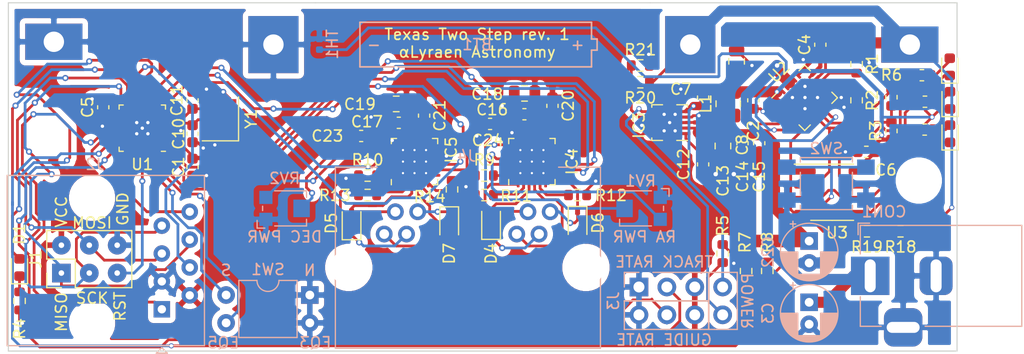
<source format=kicad_pcb>
(kicad_pcb (version 20171130) (host pcbnew "(5.1.7-0-10_14)")
  (layers (0 F.Cu signal) (31 B.Cu signal) (34 B.Paste user hide) (35 F.Paste user hide) (36 B.SilkS user) (37 F.SilkS user) (38 B.Mask user) (39 F.Mask user) (44 Edge.Cuts user))
  (net 0 "")
  (net 1 GND)
  (net 2 VCC)
  (net 3 +5V)
  (net 4 /XTAL2)
  (net 5 /XTAL1)
  (net 6 "Net-(C20-Pad2)")
  (net 7 /POWER_LED)
  (net 8 "Net-(D4-Pad2)")
  (net 9 "Net-(D4-Pad1)")
  (net 10 "Net-(D5-Pad2)")
  (net 11 "Net-(D5-Pad1)")
  (net 12 "Net-(D6-Pad2)")
  (net 13 "Net-(D6-Pad1)")
  (net 14 "Net-(D7-Pad2)")
  (net 15 "Net-(D7-Pad1)")
  (net 16 /SW_POWER)
  (net 17 "Net-(IC5-Pad24)")
  (net 18 /RA_PWR)
  (net 19 "Net-(IC5-Pad19)")
  (net 20 /RA_DIR)
  (net 21 /RA_STEP)
  (net 22 "Net-(IC5-Pad5)")
  (net 23 "Net-(IC5-Pad2)")
  (net 24 /DEC_PWR)
  (net 25 /DEC_DIR)
  (net 26 /DEC_STEP)
  (net 27 /JS_DEC)
  (net 28 /ST4_RA-)
  (net 29 /ST4_DEC-)
  (net 30 /ST4_DEC+)
  (net 31 /ST4_RA+)
  (net 32 /JS_RA)
  (net 33 /RST)
  (net 34 /GUIDE_RATE)
  (net 35 /TRACK_RATE)
  (net 36 /DIP1)
  (net 37 /DIP2)
  (net 38 "Net-(IC5-Pad21)")
  (net 39 "Net-(C12-Pad1)")
  (net 40 "Net-(C21-Pad2)")
  (net 41 "Net-(D1-Pad1)")
  (net 42 "Net-(IC3-Pad3)")
  (net 43 "Net-(IC4-Pad24)")
  (net 44 "Net-(IC4-Pad21)")
  (net 45 "Net-(IC4-Pad19)")
  (net 46 "Net-(IC4-Pad5)")
  (net 47 "Net-(IC4-Pad2)")
  (net 48 /REG_IN)
  (net 49 "Net-(C23-Pad2)")
  (net 50 "Net-(C24-Pad2)")
  (net 51 "Net-(R1-Pad2)")
  (net 52 "Net-(R2-Pad1)")
  (net 53 +BATT)
  (net 54 "Net-(D2-Pad2)")
  (net 55 "Net-(D3-Pad2)")
  (net 56 "Net-(D8-Pad2)")
  (net 57 /CHARGE_COMPLETE)
  (net 58 /TINY_GND)
  (net 59 "Net-(TH1-Pad1)")
  (net 60 /CHARGE_PROGRESS)
  (net 61 "Net-(R15-Pad2)")
  (net 62 "Net-(R16-Pad1)")
  (net 63 "Net-(R17-Pad2)")
  (net 64 "Net-(R18-Pad2)")
  (net 65 "Net-(IC3-Pad7)")
  (module Resistor_SMD:R_0603_1608Metric (layer F.Cu) (at 165.989 63.373)
    (fp_text reference R21 (at 0 -1.43) (layer F.SilkS))
    (fp_text value 910Ω)
    (pad 2 smd roundrect (at 0.825 0) (size 0.8 0.95) (layers F.Cu F.Paste F.Mask) (net 1 GND))
    (pad 1 smd roundrect (at -0.825 0) (size 0.8 0.95) (layers F.Cu F.Paste F.Mask) (net 65 "Net-(IC3-Pad7)"))
  )
  (module Resistor_SMD:R_0603_1608Metric (layer F.Cu) (at 165.989 64.897 180)
    (fp_text reference R20 (at 0 -1.43) (layer F.SilkS))
    (fp_text value 10KΩ)
    (pad 2 smd roundrect (at 0.825 0 180) (size 0.8 0.95) (layers F.Cu F.Paste F.Mask) (net 65 "Net-(IC3-Pad7)"))
    (pad 1 smd roundrect (at -0.825 0 180) (size 0.8 0.95) (layers F.Cu F.Paste F.Mask) (net 53 +BATT))
  )
  (module Resistor_SMD:R_0603_1608Metric (layer F.Cu) (at 186.617 78.486 180)
    (fp_text reference R19 (at 0 -1.43) (layer F.SilkS))
    (fp_text value 10KΩ)
    (pad 2 smd roundrect (at 0.825 0 180) (size 0.8 0.95) (layers F.Cu F.Paste F.Mask) (net 58 /TINY_GND))
    (pad 1 smd roundrect (at -0.825 0 180) (size 0.8 0.95) (layers F.Cu F.Paste F.Mask) (net 64 "Net-(R18-Pad2)"))
  )
  (module Resistor_SMD:R_0603_1608Metric (layer F.Cu) (at 189.674 78.486 180)
    (fp_text reference R18 (at 0 -1.43) (layer F.SilkS))
    (fp_text value 10KΩ)
    (pad 2 smd roundrect (at 0.825 0 180) (size 0.8 0.95) (layers F.Cu F.Paste F.Mask) (net 64 "Net-(R18-Pad2)"))
    (pad 1 smd roundrect (at -0.825 0 180) (size 0.8 0.95) (layers F.Cu F.Paste F.Mask) (net 53 +BATT))
  )
  (module Button_Switch_SMD:SW_SPST_TL3305A (layer B.Cu) (at 182.924 74.144 180)
    (fp_text reference SW2 (at 0 3.2) (layer B.SilkS) (effects (justify mirror)))
    (fp_text value SW_Push_Dual)
    (pad 2 smd rect (at -3.6 -1.5 180) (size 1.6 1.4) (layers B.Cu B.Paste B.Mask) (net 1 GND))
    (pad 2 smd rect (at 3.6 -1.5 180) (size 1.6 1.4) (layers B.Cu B.Paste B.Mask) (net 1 GND))
    (pad 1 smd rect (at -3.6 1.5 180) (size 1.6 1.4) (layers B.Cu B.Paste B.Mask) (net 58 /TINY_GND))
    (pad 1 smd rect (at 3.6 1.5 180) (size 1.6 1.4) (layers B.Cu B.Paste B.Mask) (net 58 /TINY_GND))
  )
  (module Resistor_SMD:R_0402_1005Metric (layer B.Cu) (at 136.779 61.445 90)
    (fp_text reference TH1 (at 0 1.17 90) (layer B.SilkS) (effects (justify mirror)))
    (fp_text value "NTC 10KΩ")
    (pad 2 smd roundrect (at 0.485 0 90) (size 0.59 0.64) (layers B.Cu B.Paste B.Mask) (net 1 GND))
    (pad 1 smd roundrect (at -0.485 0 90) (size 0.59 0.64) (layers B.Cu B.Paste B.Mask) (net 59 "Net-(TH1-Pad1)"))
  )
  (module Resistor_SMD:R_0603_1608Metric (layer F.Cu) (at 191.8715 69.215 180)
    (fp_text reference R17 hide)
    (fp_text value 2KΩ)
    (pad 2 smd roundrect (at 0.7875 0 180) (size 0.875 0.95) (layers F.Cu F.Paste F.Mask) (net 63 "Net-(R17-Pad2)"))
    (pad 1 smd roundrect (at -0.7875 0 180) (size 0.875 0.95) (layers F.Cu F.Paste F.Mask) (net 56 "Net-(D8-Pad2)"))
  )
  (module Resistor_SMD:R_0603_1608Metric (layer F.Cu) (at 191.897 66.675)
    (fp_text reference R16 hide)
    (fp_text value 2KΩ)
    (pad 2 smd roundrect (at 0.7875 0) (size 0.875 0.95) (layers F.Cu F.Paste F.Mask) (net 55 "Net-(D3-Pad2)"))
    (pad 1 smd roundrect (at -0.7875 0) (size 0.875 0.95) (layers F.Cu F.Paste F.Mask) (net 62 "Net-(R16-Pad1)"))
  )
  (module Resistor_SMD:R_0603_1608Metric (layer F.Cu) (at 191.6175 64.262 180)
    (fp_text reference R15 hide)
    (fp_text value 2KΩ)
    (pad 1 smd roundrect (at -0.7875 0 180) (size 0.875 0.95) (layers F.Cu F.Paste F.Mask) (net 54 "Net-(D2-Pad2)"))
    (pad 2 smd roundrect (at 0.7875 0 180) (size 0.875 0.95) (layers F.Cu F.Paste F.Mask) (net 61 "Net-(R15-Pad2)"))
  )
  (module Resistor_SMD:R_0603_1608Metric (layer F.Cu) (at 188.849 66.2685 90)
    (fp_text reference R6 (at 2.032 0 180) (layer F.SilkS))
    (fp_text value 1KΩ)
    (pad 2 smd roundrect (at 0.7875 0 90) (size 0.875 0.95) (layers F.Cu F.Paste F.Mask) (net 60 /CHARGE_PROGRESS))
    (pad 1 smd roundrect (at -0.7875 0 90) (size 0.875 0.95) (layers F.Cu F.Paste F.Mask) (net 57 /CHARGE_COMPLETE))
  )
  (module Resistor_SMD:R_0603_1608Metric (layer F.Cu) (at 188.849 69.342 90)
    (fp_text reference R3 (at 0 -1.43 90) (layer F.SilkS))
    (fp_text value 10KΩ)
    (pad 2 smd roundrect (at 0.7875 0 90) (size 0.875 0.95) (layers F.Cu F.Paste F.Mask) (net 57 /CHARGE_COMPLETE))
    (pad 1 smd roundrect (at -0.7875 0 90) (size 0.875 0.95) (layers F.Cu F.Paste F.Mask) (net 48 /REG_IN))
  )
  (module LED_SMD:LED_0603_1608Metric (layer F.Cu) (at 194.183 69.596 90)
    (fp_text reference D8 hide)
    (fp_text value CHARGE_3)
    (pad 2 smd roundrect (at 0.7875 0 90) (size 0.875 0.95) (layers F.Cu F.Paste F.Mask) (net 56 "Net-(D8-Pad2)"))
    (pad 1 smd roundrect (at -0.7875 0 90) (size 0.875 0.95) (layers F.Cu F.Paste F.Mask) (net 48 /REG_IN))
  )
  (module LED_SMD:LED_0603_1608Metric (layer F.Cu) (at 194.183 66.548 90)
    (fp_text reference D3 hide)
    (fp_text value CHARGE_2)
    (pad 2 smd roundrect (at 0.7875 0 90) (size 0.875 0.95) (layers F.Cu F.Paste F.Mask) (net 55 "Net-(D3-Pad2)"))
    (pad 1 smd roundrect (at -0.7875 0 90) (size 0.875 0.95) (layers F.Cu F.Paste F.Mask) (net 48 /REG_IN))
  )
  (module LED_SMD:LED_0603_1608Metric (layer F.Cu) (at 194.1575 63.5 90)
    (fp_text reference D2 hide)
    (fp_text value CHARGE_1)
    (pad 2 smd roundrect (at 0.7875 0 90) (size 0.875 0.95) (layers F.Cu F.Paste F.Mask) (net 54 "Net-(D2-Pad2)"))
    (pad 1 smd roundrect (at -0.7875 0 90) (size 0.875 0.95) (layers F.Cu F.Paste F.Mask) (net 48 /REG_IN))
  )
  (module Capacitor_SMD:C_0603_1608Metric (layer F.Cu) (at 186.563 71.247)
    (fp_text reference C6 (at 1.778 1.651) (layer F.SilkS))
    (fp_text value 100nF)
    (pad 2 smd roundrect (at 0.7875 0) (size 0.875 0.95) (layers F.Cu F.Paste F.Mask) (net 48 /REG_IN))
    (pad 1 smd roundrect (at -0.7875 0) (size 0.875 0.95) (layers F.Cu F.Paste F.Mask) (net 1 GND))
  )
  (module Package_SO:SOIC-8_3.9x4.9mm_P1.27mm (layer F.Cu) (at 183.45 74.93)
    (fp_text reference U3 (at 0.446 3.683) (layer F.SilkS))
    (fp_text value ATtiny25V-10SSU)
    (pad 8 smd roundrect (at 2.475 -1.905) (size 1.95 0.6) (layers F.Cu F.Paste F.Mask) (net 48 /REG_IN))
    (pad 7 smd roundrect (at 2.475 -0.635) (size 1.95 0.6) (layers F.Cu F.Paste F.Mask) (net 61 "Net-(R15-Pad2)"))
    (pad 6 smd roundrect (at 2.475 0.635) (size 1.95 0.6) (layers F.Cu F.Paste F.Mask) (net 62 "Net-(R16-Pad1)"))
    (pad 5 smd roundrect (at 2.475 1.905) (size 1.95 0.6) (layers F.Cu F.Paste F.Mask) (net 63 "Net-(R17-Pad2)"))
    (pad 4 smd roundrect (at -2.475 1.905) (size 1.95 0.6) (layers F.Cu F.Paste F.Mask) (net 58 /TINY_GND))
    (pad 3 smd roundrect (at -2.475 0.635) (size 1.95 0.6) (layers F.Cu F.Paste F.Mask) (net 64 "Net-(R18-Pad2)"))
    (pad 2 smd roundrect (at -2.475 -0.635) (size 1.95 0.6) (layers F.Cu F.Paste F.Mask) (net 57 /CHARGE_COMPLETE))
    (pad 1 smd roundrect (at -2.475 -1.905) (size 1.95 0.6) (layers F.Cu F.Paste F.Mask))
  )
  (module Package_DFN_QFN:QFN-20-1EP_4x4mm_P0.5mm_EP2.5x2.5mm (layer F.Cu) (at 180.9496 66.3194 45)
    (fp_text reference U2 (at 0 -3.3 45) (layer F.SilkS))
    (fp_text value MCP73871-2AA)
    (pad 21 smd rect (at 0 0 45) (size 2.5 2.5) (layers *.Mask F.Cu) (net 1 GND))
    (pad 20 smd roundrect (at -1 -1.9375 45) (size 0.25 0.825) (layers F.Cu F.Paste F.Mask) (net 48 /REG_IN))
    (pad 19 smd roundrect (at -0.5 -1.9375 45) (size 0.25 0.825) (layers F.Cu F.Paste F.Mask) (net 3 +5V))
    (pad 18 smd roundrect (at 0 -1.9375 45) (size 0.25 0.825) (layers F.Cu F.Paste F.Mask) (net 3 +5V))
    (pad 17 smd roundrect (at 0.5 -1.9375 45) (size 0.25 0.825) (layers F.Cu F.Paste F.Mask) (net 3 +5V))
    (pad 16 smd roundrect (at 1 -1.9375 45) (size 0.25 0.825) (layers F.Cu F.Paste F.Mask) (net 53 +BATT))
    (pad 15 smd roundrect (at 1.9375 -1 45) (size 0.825 0.25) (layers F.Cu F.Paste F.Mask) (net 53 +BATT))
    (pad 14 smd roundrect (at 1.9375 -0.5 45) (size 0.825 0.25) (layers F.Cu F.Paste F.Mask) (net 53 +BATT))
    (pad 13 smd roundrect (at 1.9375 0 45) (size 0.825 0.25) (layers F.Cu F.Paste F.Mask) (net 51 "Net-(R1-Pad2)"))
    (pad 12 smd roundrect (at 1.9375 0.5 45) (size 0.825 0.25) (layers F.Cu F.Paste F.Mask) (net 52 "Net-(R2-Pad1)"))
    (pad 11 smd roundrect (at 1.9375 1 45) (size 0.825 0.25) (layers F.Cu F.Paste F.Mask) (net 1 GND))
    (pad 10 smd roundrect (at 1 1.9375 45) (size 0.25 0.825) (layers F.Cu F.Paste F.Mask) (net 1 GND))
    (pad 9 smd roundrect (at 0.5 1.9375 45) (size 0.25 0.825) (layers F.Cu F.Paste F.Mask) (net 3 +5V))
    (pad 8 smd roundrect (at 0 1.9375 45) (size 0.25 0.825) (layers F.Cu F.Paste F.Mask) (net 60 /CHARGE_PROGRESS))
    (pad 7 smd roundrect (at -0.5 1.9375 45) (size 0.25 0.825) (layers F.Cu F.Paste F.Mask) (net 57 /CHARGE_COMPLETE))
    (pad 6 smd roundrect (at -1 1.9375 45) (size 0.25 0.825) (layers F.Cu F.Paste F.Mask) (net 58 /TINY_GND))
    (pad 5 smd roundrect (at -1.9375 1 45) (size 0.825 0.25) (layers F.Cu F.Paste F.Mask) (net 59 "Net-(TH1-Pad1)"))
    (pad 4 smd roundrect (at -1.9375 0.5 45) (size 0.825 0.25) (layers F.Cu F.Paste F.Mask) (net 3 +5V))
    (pad 3 smd roundrect (at -1.9375 0 45) (size 0.825 0.25) (layers F.Cu F.Paste F.Mask) (net 3 +5V))
    (pad 2 smd roundrect (at -1.9375 -0.5 45) (size 0.825 0.25) (layers F.Cu F.Paste F.Mask) (net 3 +5V))
    (pad 1 smd roundrect (at -1.9375 -1 45) (size 0.825 0.25) (layers F.Cu F.Paste F.Mask) (net 48 /REG_IN))
  )
  (module Resistor_SMD:R_0603_1608Metric (layer F.Cu) (at 185.674 66.548 270)
    (fp_text reference R2 (at 0 -1.43 90) (layer F.SilkS))
    (fp_text value 10KΩ)
    (pad 2 smd roundrect (at 0.825 0 270) (size 0.8 0.95) (layers F.Cu F.Paste F.Mask) (net 1 GND))
    (pad 1 smd roundrect (at -0.825 0 270) (size 0.8 0.95) (layers F.Cu F.Paste F.Mask) (net 52 "Net-(R2-Pad1)"))
  )
  (module Resistor_SMD:R_0603_1608Metric (layer F.Cu) (at 185.674 63.246 270)
    (fp_text reference R1 (at 0 -1.43 90) (layer F.SilkS))
    (fp_text value 1KΩ)
    (pad 2 smd roundrect (at 0.825 0 270) (size 0.8 0.95) (layers F.Cu F.Paste F.Mask) (net 51 "Net-(R1-Pad2)"))
    (pad 1 smd roundrect (at -0.825 0 270) (size 0.8 0.95) (layers F.Cu F.Paste F.Mask) (net 1 GND))
  )
  (module Capacitor_SMD:C_0603_1608Metric (layer F.Cu) (at 182.372 61.481 90)
    (fp_text reference C4 (at 0 -1.43 90) (layer F.SilkS))
    (fp_text value 4.7µF)
    (pad 2 smd roundrect (at 0.775 0 90) (size 0.9 0.95) (layers F.Cu F.Paste F.Mask) (net 1 GND))
    (pad 1 smd roundrect (at -0.775 0 90) (size 0.9 0.95) (layers F.Cu F.Paste F.Mask) (net 53 +BATT))
  )
  (module Capacitor_SMD:C_0603_1608Metric (layer F.Cu) (at 176.276 66.548 270)
    (fp_text reference C2 (at 2.794 0 90) (layer F.SilkS))
    (fp_text value 4.7µF)
    (pad 2 smd roundrect (at 0.775 0 270) (size 0.9 0.95) (layers F.Cu F.Paste F.Mask) (net 1 GND))
    (pad 1 smd roundrect (at -0.775 0 270) (size 0.9 0.95) (layers F.Cu F.Paste F.Mask) (net 48 /REG_IN))
  )
  (module MountingHole:MountingHole_3.2mm_M3 (layer F.Cu) (at 191.3382 73.8632)
    (fp_text reference H2 hide)
    (fp_text value MountingHole)
    (pad 1 np_thru_hole circle (at 0 0) (size 3.2 3.2) (drill 3.2) (layers *.Cu *.Mask))
  )
  (module MountingHole:MountingHole_3.2mm_M3 (layer F.Cu) (at 111.9632 69.7738)
    (fp_text reference H1 hide)
    (fp_text value MountingHole)
    (pad 1 np_thru_hole circle (at 0 0) (size 3.2 3.2) (drill 3.2) (layers *.Cu *.Mask))
  )
  (module Capacitor_SMD:C_0603_1608Metric (layer F.Cu) (at 152.31 68.7)
    (fp_text reference C24 (at -0.21 1.5) (layer F.SilkS))
    (fp_text value "2.2 µF")
    (pad 2 smd roundrect (at 0.775 0) (size 0.9 0.95) (layers F.Cu F.Paste F.Mask) (net 50 "Net-(C24-Pad2)"))
    (pad 1 smd roundrect (at -0.775 0) (size 0.9 0.95) (layers F.Cu F.Paste F.Mask) (net 1 GND))
  )
  (module Capacitor_SMD:C_0603_1608Metric (layer F.Cu) (at 140.575 69.8)
    (fp_text reference C23 (at -3.075 0) (layer F.SilkS))
    (fp_text value "2.2 µF")
    (pad 2 smd roundrect (at 0.775 0) (size 0.9 0.95) (layers F.Cu F.Paste F.Mask) (net 49 "Net-(C23-Pad2)"))
    (pad 1 smd roundrect (at -0.775 0) (size 0.9 0.95) (layers F.Cu F.Paste F.Mask) (net 1 GND))
  )
  (module Capacitor_THT:CP_Radial_D5.0mm_P2.00mm (layer B.Cu) (at 181.356 79.375 270)
    (fp_text reference C22 (at 1 3.75 90) (layer B.SilkS) (effects (justify mirror)))
    (fp_text value 100µF)
    (pad 2 thru_hole circle (at 2 0 270) (size 1.6 1.6) (drill 0.8) (layers *.Cu *.Mask) (net 1 GND))
    (pad 1 thru_hole rect (at 0 0 270) (size 1.6 1.6) (drill 0.8) (layers *.Cu *.Mask) (net 2 VCC))
  )
  (module Capacitor_SMD:C_0805_2012Metric (layer F.Cu) (at 143.764 66.8782 180)
    (fp_text reference C19 (at 3.302 -0.0254) (layer F.SilkS))
    (fp_text value 10µF)
    (pad 2 smd roundrect (at 0.9375 0 180) (size 0.975 1.4) (layers F.Cu F.Paste F.Mask) (net 1 GND))
    (pad 1 smd roundrect (at -0.9375 0 180) (size 0.975 1.4) (layers F.Cu F.Paste F.Mask) (net 2 VCC))
  )
  (module Capacitor_SMD:C_0805_2012Metric (layer F.Cu) (at 155.448 65.913 180)
    (fp_text reference C18 (at 3.4036 -0.0762) (layer F.SilkS))
    (fp_text value 10µF)
    (pad 2 smd roundrect (at 0.9375 0 180) (size 0.975 1.4) (layers F.Cu F.Paste F.Mask) (net 1 GND))
    (pad 1 smd roundrect (at -0.9375 0 180) (size 0.975 1.4) (layers F.Cu F.Paste F.Mask) (net 2 VCC))
  )
  (module Capacitor_SMD:C_0805_2012Metric (layer F.Cu) (at 173.5074 70.7136 270)
    (fp_text reference C13 (at 3.175 0 90) (layer F.SilkS))
    (fp_text value 10µF)
    (pad 2 smd roundrect (at 0.9375 0 270) (size 0.975 1.4) (layers F.Cu F.Paste F.Mask) (net 1 GND))
    (pad 1 smd roundrect (at -0.9375 0 270) (size 0.975 1.4) (layers F.Cu F.Paste F.Mask) (net 2 VCC))
  )
  (module Capacitor_SMD:C_0805_2012Metric (layer F.Cu) (at 174.752 62.992 90)
    (fp_text reference C8 (at -7.62 0.508 90) (layer F.SilkS))
    (fp_text value 10µF)
    (pad 2 smd roundrect (at 0.9375 0 90) (size 0.975 1.4) (layers F.Cu F.Paste F.Mask) (net 1 GND))
    (pad 1 smd roundrect (at -0.9375 0 90) (size 0.975 1.4) (layers F.Cu F.Paste F.Mask) (net 48 /REG_IN))
  )
  (module Capacitor_THT:CP_Radial_D5.0mm_P2.00mm (layer B.Cu) (at 181.356 84.963 270)
    (fp_text reference C3 (at 1 3.75 90) (layer B.SilkS) (effects (justify mirror)))
    (fp_text value 47µF)
    (pad 2 thru_hole circle (at 2 0 270) (size 1.6 1.6) (drill 0.8) (layers *.Cu *.Mask) (net 1 GND))
    (pad 1 thru_hole rect (at 0 0 270) (size 1.6 1.6) (drill 0.8) (layers *.Cu *.Mask) (net 3 +5V))
  )
  (module Connector_Multicomp:6P4Cx2 (layer B.Cu) (at 150.1648 84.328 180)
    (fp_text reference J4 (at 0 12.7 180) (layer B.SilkS) (effects (justify mirror)))
    (fp_text value 6P4Cx2)
    (pad "" np_thru_hole circle (at 10.7188 2.54 180) (size 3.302 3.302) (drill 3.302) (layers *.Cu *.Mask))
    (pad "" np_thru_hole circle (at -10.8712 2.54 180) (size 3.302 3.302) (drill 3.302) (layers *.Cu *.Mask))
    (pad 8 thru_hole circle (at 7.493 5.588 180) (size 1.524 1.524) (drill 0.889) (layers *.Cu *.Mask) (net 14 "Net-(D7-Pad2)"))
    (pad 7 thru_hole circle (at 6.477 7.62 180) (size 1.524 1.524) (drill 0.889) (layers *.Cu *.Mask) (net 10 "Net-(D5-Pad2)"))
    (pad 6 thru_hole circle (at 5.461 5.588 180) (size 1.524 1.524) (drill 0.889) (layers *.Cu *.Mask) (net 11 "Net-(D5-Pad1)"))
    (pad 5 thru_hole circle (at 4.445 7.62 180) (size 1.524 1.524) (drill 0.889) (layers *.Cu *.Mask) (net 15 "Net-(D7-Pad1)"))
    (pad 2 thru_hole circle (at -6.604 5.588 180) (size 1.524 1.524) (drill 0.889) (layers *.Cu *.Mask) (net 9 "Net-(D4-Pad1)"))
    (pad 4 thru_hole circle (at -4.572 5.588 180) (size 1.524 1.524) (drill 0.889) (layers *.Cu *.Mask) (net 12 "Net-(D6-Pad2)"))
    (pad 3 thru_hole circle (at -5.588 7.62 180) (size 1.524 1.524) (drill 0.889) (layers *.Cu *.Mask) (net 8 "Net-(D4-Pad2)"))
    (pad 1 thru_hole circle (at -7.62 7.62 180) (size 1.524 1.524) (drill 0.889) (layers *.Cu *.Mask) (net 13 "Net-(D6-Pad1)"))
  )
  (module Package_DFN_QFN:QFN-28-1EP_4x4mm_P0.45mm_EP2.4x2.4mm (layer F.Cu) (at 120.65 69.088 180)
    (fp_text reference U1 (at 0 -3.3) (layer F.SilkS))
    (fp_text value ATmega328P-MMH)
    (pad 1 smd custom (at -1.95 -1.35 180) (size 0.179289 0.179289) (layers F.Cu F.Paste F.Mask) (net 20 /RA_DIR) (options (clearance outline) (anchor circle)) (primitives (gr_poly (pts (xy -0.3375 -0.0625) (xy 0.274112 -0.0625) (xy 0.3375 0.000888) (xy 0.3375 0.0625) (xy -0.3375 0.0625)) (width 0.125))))
    (pad 2 smd roundrect (at -1.95 -0.9 180) (size 0.8 0.25) (layers F.Cu F.Paste F.Mask) (net 18 /RA_PWR))
    (pad 3 smd roundrect (at -1.95 -0.45 180) (size 0.8 0.25) (layers F.Cu F.Paste F.Mask) (net 2 VCC))
    (pad 4 smd roundrect (at -1.95 0 180) (size 0.8 0.25) (layers F.Cu F.Paste F.Mask) (net 1 GND))
    (pad 5 smd roundrect (at -1.95 0.45 180) (size 0.8 0.25) (layers F.Cu F.Paste F.Mask) (net 5 /XTAL1))
    (pad 6 smd roundrect (at -1.95 0.9 180) (size 0.8 0.25) (layers F.Cu F.Paste F.Mask) (net 4 /XTAL2))
    (pad 7 smd custom (at -1.95 1.35 180) (size 0.179289 0.179289) (layers F.Cu F.Paste F.Mask) (net 26 /DEC_STEP) (options (clearance outline) (anchor circle)) (primitives (gr_poly (pts (xy -0.3375 -0.0625) (xy 0.3375 -0.0625) (xy 0.3375 -0.000888) (xy 0.274112 0.0625) (xy -0.3375 0.0625)) (width 0.125))))
    (pad 8 smd custom (at -1.35 1.95 180) (size 0.179289 0.179289) (layers F.Cu F.Paste F.Mask) (net 25 /DEC_DIR) (options (clearance outline) (anchor circle)) (primitives (gr_poly (pts (xy -0.0625 -0.274112) (xy 0.000888 -0.3375) (xy 0.0625 -0.3375) (xy 0.0625 0.3375) (xy -0.0625 0.3375)) (width 0.125))))
    (pad 9 smd roundrect (at -0.9 1.95 180) (size 0.25 0.8) (layers F.Cu F.Paste F.Mask) (net 24 /DEC_PWR))
    (pad 10 smd roundrect (at -0.45 1.95 180) (size 0.25 0.8) (layers F.Cu F.Paste F.Mask))
    (pad 11 smd roundrect (at 0 1.95 180) (size 0.25 0.8) (layers F.Cu F.Paste F.Mask) (net 7 /POWER_LED))
    (pad 12 smd roundrect (at 0.45 1.95 180) (size 0.25 0.8) (layers F.Cu F.Paste F.Mask) (net 31 /ST4_RA+))
    (pad 13 smd roundrect (at 0.9 1.95 180) (size 0.25 0.8) (layers F.Cu F.Paste F.Mask) (net 30 /ST4_DEC+))
    (pad 14 smd custom (at 1.35 1.95 180) (size 0.179289 0.179289) (layers F.Cu F.Paste F.Mask) (net 29 /ST4_DEC-) (options (clearance outline) (anchor circle)) (primitives (gr_poly (pts (xy -0.0625 -0.3375) (xy -0.000888 -0.3375) (xy 0.0625 -0.274112) (xy 0.0625 0.3375) (xy -0.0625 0.3375)) (width 0.125))))
    (pad 15 smd custom (at 1.95 1.35 180) (size 0.179289 0.179289) (layers F.Cu F.Paste F.Mask) (net 28 /ST4_RA-) (options (clearance outline) (anchor circle)) (primitives (gr_poly (pts (xy -0.3375 -0.0625) (xy 0.3375 -0.0625) (xy 0.3375 0.0625) (xy -0.274112 0.0625) (xy -0.3375 -0.000888)) (width 0.125))))
    (pad 16 smd roundrect (at 1.95 0.9 180) (size 0.8 0.25) (layers F.Cu F.Paste F.Mask) (net 2 VCC))
    (pad 17 smd roundrect (at 1.95 0.45 180) (size 0.8 0.25) (layers F.Cu F.Paste F.Mask) (net 2 VCC))
    (pad 18 smd roundrect (at 1.95 0 180) (size 0.8 0.25) (layers F.Cu F.Paste F.Mask) (net 1 GND))
    (pad 19 smd roundrect (at 1.95 -0.45 180) (size 0.8 0.25) (layers F.Cu F.Paste F.Mask) (net 32 /JS_RA))
    (pad 20 smd roundrect (at 1.95 -0.9 180) (size 0.8 0.25) (layers F.Cu F.Paste F.Mask) (net 27 /JS_DEC))
    (pad 21 smd custom (at 1.95 -1.35 180) (size 0.179289 0.179289) (layers F.Cu F.Paste F.Mask) (net 35 /TRACK_RATE) (options (clearance outline) (anchor circle)) (primitives (gr_poly (pts (xy -0.3375 0.000888) (xy -0.274112 -0.0625) (xy 0.3375 -0.0625) (xy 0.3375 0.0625) (xy -0.3375 0.0625)) (width 0.125))))
    (pad 22 smd custom (at 1.35 -1.95 180) (size 0.179289 0.179289) (layers F.Cu F.Paste F.Mask) (net 34 /GUIDE_RATE) (options (clearance outline) (anchor circle)) (primitives (gr_poly (pts (xy -0.0625 -0.3375) (xy 0.0625 -0.3375) (xy 0.0625 0.274112) (xy -0.000888 0.3375) (xy -0.0625 0.3375)) (width 0.125))))
    (pad 23 smd roundrect (at 0.9 -1.95 180) (size 0.25 0.8) (layers F.Cu F.Paste F.Mask))
    (pad 24 smd roundrect (at 0.45 -1.95 180) (size 0.25 0.8) (layers F.Cu F.Paste F.Mask))
    (pad 25 smd roundrect (at 0 -1.95 180) (size 0.25 0.8) (layers F.Cu F.Paste F.Mask) (net 33 /RST))
    (pad 26 smd roundrect (at -0.45 -1.95 180) (size 0.25 0.8) (layers F.Cu F.Paste F.Mask) (net 36 /DIP1))
    (pad 27 smd roundrect (at -0.9 -1.95 180) (size 0.25 0.8) (layers F.Cu F.Paste F.Mask) (net 37 /DIP2))
    (pad 28 smd custom (at -1.35 -1.95 180) (size 0.179289 0.179289) (layers F.Cu F.Paste F.Mask) (net 21 /RA_STEP) (options (clearance outline) (anchor circle)) (primitives (gr_poly (pts (xy -0.0625 -0.3375) (xy 0.0625 -0.3375) (xy 0.0625 0.3375) (xy 0.000888 0.3375) (xy -0.0625 0.274112)) (width 0.125))))
    (pad 29 smd rect (at 0 0 180) (size 2.4 2.4) (layers F.Cu F.Mask) (net 1 GND))
  )
  (module Connector_PinHeader_2.54mm:PinHeader_2x04_P2.54mm_Vertical (layer B.Cu) (at 165.862 83.566 270)
    (fp_text reference J3 (at 1.27 2.33 270) (layer B.SilkS) (effects (justify mirror)))
    (fp_text value CHASSIS_SWITCHES)
    (pad 8 thru_hole oval (at 2.54 -7.62 270) (size 1.7 1.7) (drill 1) (layers *.Cu *.Mask) (net 16 /SW_POWER))
    (pad 7 thru_hole oval (at 0 -7.62 270) (size 1.7 1.7) (drill 1) (layers *.Cu *.Mask) (net 48 /REG_IN))
    (pad 6 thru_hole oval (at 2.54 -5.08 270) (size 1.7 1.7) (drill 1) (layers *.Cu *.Mask) (net 2 VCC))
    (pad 5 thru_hole oval (at 0 -5.08 270) (size 1.7 1.7) (drill 1) (layers *.Cu *.Mask) (net 2 VCC))
    (pad 4 thru_hole oval (at 2.54 -2.54 270) (size 1.7 1.7) (drill 1) (layers *.Cu *.Mask) (net 34 /GUIDE_RATE))
    (pad 3 thru_hole oval (at 0 -2.54 270) (size 1.7 1.7) (drill 1) (layers *.Cu *.Mask) (net 35 /TRACK_RATE))
    (pad 2 thru_hole oval (at 2.54 0 270) (size 1.7 1.7) (drill 1) (layers *.Cu *.Mask) (net 1 GND))
    (pad 1 thru_hole rect (at 0 0 270) (size 1.7 1.7) (drill 1) (layers *.Cu *.Mask) (net 1 GND))
  )
  (module Diode_SMD:D_SOD-323 (layer F.Cu) (at 160.274 77.724 270)
    (fp_text reference D6 (at 0 -1.85 90) (layer F.SilkS))
    (fp_text value D_TVS)
    (pad 2 smd rect (at 1.05 0 270) (size 0.6 0.45) (layers F.Cu F.Paste F.Mask) (net 12 "Net-(D6-Pad2)"))
    (pad 1 smd rect (at -1.05 0 270) (size 0.6 0.45) (layers F.Cu F.Paste F.Mask) (net 13 "Net-(D6-Pad1)"))
  )
  (module Potentiometer_SMD:Potentiometer_Bourns_TC33X_Vertical (layer B.Cu) (at 133.7 76.4)
    (fp_text reference RV2 (at -0.096 -2.74) (layer B.SilkS) (effects (justify mirror)))
    (fp_text value R_POT_TRIM)
    (pad 2 smd rect (at 1.45 0) (size 1.5 1.6) (layers B.Cu B.Paste B.Mask) (net 19 "Net-(IC5-Pad19)"))
    (pad 3 smd rect (at -1.8 -1) (size 1.2 1.2) (layers B.Cu B.Paste B.Mask) (net 38 "Net-(IC5-Pad21)"))
    (pad 1 smd rect (at -1.8 1) (size 1.2 1.2) (layers B.Cu B.Paste B.Mask) (net 1 GND))
  )
  (module Potentiometer_SMD:Potentiometer_Bourns_TC33X_Vertical (layer B.Cu) (at 166 76.4 180)
    (fp_text reference RV1 (at 0 2.5) (layer B.SilkS) (effects (justify mirror)))
    (fp_text value R_POT_TRIM)
    (pad 2 smd rect (at 1.45 0 180) (size 1.5 1.6) (layers B.Cu B.Paste B.Mask) (net 45 "Net-(IC4-Pad19)"))
    (pad 3 smd rect (at -1.8 -1 180) (size 1.2 1.2) (layers B.Cu B.Paste B.Mask) (net 44 "Net-(IC4-Pad21)"))
    (pad 1 smd rect (at -1.8 1 180) (size 1.2 1.2) (layers B.Cu B.Paste B.Mask) (net 1 GND))
  )
  (module Resistor_SMD:R_0603_1608Metric (layer F.Cu) (at 148.844 74.676 270)
    (fp_text reference R14 (at 0.6604 2.032) (layer F.SilkS))
    (fp_text value BISEN)
    (pad 2 smd roundrect (at 0.825 0 270) (size 0.8 0.95) (layers F.Cu F.Paste F.Mask) (net 22 "Net-(IC5-Pad5)"))
    (pad 1 smd roundrect (at -0.825 0 270) (size 0.8 0.95) (layers F.Cu F.Paste F.Mask) (net 1 GND))
  )
  (module Resistor_SMD:R_0603_1608Metric (layer F.Cu) (at 141.161 75.184)
    (fp_text reference R13 (at -2.983 0.03) (layer F.SilkS))
    (fp_text value AISEN)
    (pad 2 smd roundrect (at 0.825 0) (size 0.8 0.95) (layers F.Cu F.Paste F.Mask) (net 23 "Net-(IC5-Pad2)"))
    (pad 1 smd roundrect (at -0.825 0) (size 0.8 0.95) (layers F.Cu F.Paste F.Mask) (net 1 GND))
  )
  (module Resistor_SMD:R_0603_1608Metric (layer F.Cu) (at 160.274 75.184)
    (fp_text reference R12 (at 3.047 0.038) (layer F.SilkS))
    (fp_text value BISEN)
    (pad 2 smd roundrect (at 0.825 0) (size 0.8 0.95) (layers F.Cu F.Paste F.Mask) (net 1 GND))
    (pad 1 smd roundrect (at -0.825 0) (size 0.8 0.95) (layers F.Cu F.Paste F.Mask) (net 46 "Net-(IC4-Pad5)"))
  )
  (module Resistor_SMD:R_0603_1608Metric (layer F.Cu) (at 151.7885 75.184)
    (fp_text reference R11 (at 2.8975 0.084) (layer F.SilkS))
    (fp_text value AISEN)
    (pad 2 smd roundrect (at 0.825 0) (size 0.8 0.95) (layers F.Cu F.Paste F.Mask) (net 47 "Net-(IC4-Pad2)"))
    (pad 1 smd roundrect (at -0.825 0) (size 0.8 0.95) (layers F.Cu F.Paste F.Mask) (net 1 GND))
  )
  (module Capacitor_SMD:C_0603_1608Metric (layer F.Cu) (at 125.222 72.644 270)
    (fp_text reference C1 (at 0 1.27 90) (layer F.SilkS))
    (fp_text value 100nF)
    (pad 2 smd roundrect (at 0.775 0 270) (size 0.9 0.95) (layers F.Cu F.Paste F.Mask) (net 1 GND))
    (pad 1 smd roundrect (at -0.775 0 270) (size 0.9 0.95) (layers F.Cu F.Paste F.Mask) (net 2 VCC))
  )
  (module Resistor_SMD:R_0603_1608Metric (layer F.Cu) (at 141.161 73.406)
    (fp_text reference R10 (at 0 -1.43) (layer F.SilkS))
    (fp_text value 47KΩ)
    (pad 2 smd roundrect (at 0.825 0) (size 0.8 0.95) (layers F.Cu F.Paste F.Mask) (net 17 "Net-(IC5-Pad24)"))
    (pad 1 smd roundrect (at -0.825 0) (size 0.8 0.95) (layers F.Cu F.Paste F.Mask) (net 1 GND))
  )
  (module Resistor_SMD:R_0603_1608Metric (layer F.Cu) (at 151.7885 73.406)
    (fp_text reference R9 (at 0 -1.43) (layer F.SilkS))
    (fp_text value 47KΩ)
    (pad 2 smd roundrect (at 0.825 0) (size 0.8 0.95) (layers F.Cu F.Paste F.Mask) (net 43 "Net-(IC4-Pad24)"))
    (pad 1 smd roundrect (at -0.825 0) (size 0.8 0.95) (layers F.Cu F.Paste F.Mask) (net 1 GND))
  )
  (module Resistor_SMD:R_0603_1608Metric (layer F.Cu) (at 177.546 82.110099 270)
    (fp_text reference R8 (at -2.608099 0 90) (layer F.SilkS))
    (fp_text value 10KΩ)
    (pad 2 smd roundrect (at 0.825 0 270) (size 0.8 0.95) (layers F.Cu F.Paste F.Mask) (net 1 GND))
    (pad 1 smd roundrect (at -0.825 0 270) (size 0.8 0.95) (layers F.Cu F.Paste F.Mask) (net 35 /TRACK_RATE))
  )
  (module Resistor_SMD:R_0603_1608Metric (layer F.Cu) (at 175.617501 82.110099 90)
    (fp_text reference R7 (at 2.608099 -0.103501 90) (layer F.SilkS))
    (fp_text value 10KΩ)
    (pad 2 smd roundrect (at 0.825 0 90) (size 0.8 0.95) (layers F.Cu F.Paste F.Mask) (net 35 /TRACK_RATE))
    (pad 1 smd roundrect (at -0.825 0 90) (size 0.8 0.95) (layers F.Cu F.Paste F.Mask) (net 2 VCC))
  )
  (module Resistor_SMD:R_0603_1608Metric (layer F.Cu) (at 109.474 84.836 90)
    (fp_text reference R4 (at -2.54 0 90) (layer F.SilkS))
    (fp_text value 1KΩ)
    (pad 2 smd roundrect (at 0.825 0 90) (size 0.8 0.95) (layers F.Cu F.Paste F.Mask) (net 41 "Net-(D1-Pad1)"))
    (pad 1 smd roundrect (at -0.825 0 90) (size 0.8 0.95) (layers F.Cu F.Paste F.Mask) (net 1 GND))
  )
  (module Resistor_SMD:R_0603_1608Metric (layer F.Cu) (at 173.482 80.518 90)
    (fp_text reference R5 (at 2.54 0 90) (layer F.SilkS))
    (fp_text value 10KΩ)
    (pad 2 smd roundrect (at 0.825 0 90) (size 0.8 0.95) (layers F.Cu F.Paste F.Mask) (net 1 GND))
    (pad 1 smd roundrect (at -0.825 0 90) (size 0.8 0.95) (layers F.Cu F.Paste F.Mask) (net 16 /SW_POWER))
  )
  (module Connector_PinHeader_2.54mm:PinHeader_2x03_P2.54mm_Vertical (layer F.Cu) (at 113.284 82.296 90)
    (fp_text reference J1 (at 1.27 -2.33 90) (layer F.SilkS))
    (fp_text value Prog)
    (pad 6 thru_hole oval (at 2.54 5.08 90) (size 1.7 1.7) (drill 0.508) (layers *.Cu F.Mask) (net 1 GND))
    (pad 5 thru_hole oval (at 0 5.08 90) (size 1.7 1.7) (drill 0.508) (layers *.Cu F.Mask) (net 33 /RST))
    (pad 4 thru_hole oval (at 2.54 2.54 90) (size 1.7 1.7) (drill 0.508) (layers *.Cu F.Mask) (net 30 /ST4_DEC+))
    (pad 3 thru_hole oval (at 0 2.54 90) (size 1.7 1.7) (drill 0.508) (layers *.Cu F.Mask) (net 28 /ST4_RA-))
    (pad 2 thru_hole oval (at 2.54 0 90) (size 1.7 1.7) (drill 0.508) (layers *.Cu F.Mask) (net 2 VCC))
    (pad 1 thru_hole rect (at 0 0 90) (size 1.7 1.7) (drill 0.508) (layers *.Cu F.Mask) (net 29 /ST4_DEC-))
  )
  (module Crystal:Crystal_SMD_3225-4Pin_3.2x2.5mm (layer F.Cu) (at 127.762 68.242 90)
    (fp_text reference Y1 (at 0 2.794 90) (layer F.SilkS))
    (fp_text value "16 MHz")
    (pad 4 smd rect (at -1.1 -0.85 90) (size 1.4 1.2) (layers F.Cu F.Paste F.Mask) (net 1 GND))
    (pad 3 smd rect (at 1.1 -0.85 90) (size 1.4 1.2) (layers F.Cu F.Paste F.Mask) (net 4 /XTAL2))
    (pad 2 smd rect (at 1.1 0.85 90) (size 1.4 1.2) (layers F.Cu F.Paste F.Mask) (net 1 GND))
    (pad 1 smd rect (at -1.1 0.85 90) (size 1.4 1.2) (layers F.Cu F.Paste F.Mask) (net 5 /XTAL1))
  )
  (module Inductor_SMD:L_1008_2520Metric (layer F.Cu) (at 173.99 66.861 90)
    (fp_text reference L1 (at 0 -2.05 90) (layer F.SilkS))
    (fp_text value 2.2µH)
    (pad 2 smd roundrect (at 1.075 0 90) (size 1.25 2.2) (layers F.Cu F.Paste F.Mask) (roundrect_rratio 0.2) (net 48 /REG_IN))
    (pad 1 smd roundrect (at -1.075 0 90) (size 1.25 2.2) (layers F.Cu F.Paste F.Mask) (roundrect_rratio 0.2) (net 42 "Net-(IC3-Pad3)"))
  )
  (module Diode_SMD:D_SOD-323 (layer F.Cu) (at 148.59 77.758 270)
    (fp_text reference D7 (at 2.76 0 90) (layer F.SilkS))
    (fp_text value D_TVS)
    (pad 2 smd rect (at 1.05 0 270) (size 0.6 0.45) (layers F.Cu F.Paste F.Mask) (net 14 "Net-(D7-Pad2)"))
    (pad 1 smd rect (at -1.05 0 270) (size 0.6 0.45) (layers F.Cu F.Paste F.Mask) (net 15 "Net-(D7-Pad1)"))
  )
  (module Diode_SMD:D_SOD-323 (layer F.Cu) (at 139.7 77.758 90)
    (fp_text reference D5 (at 0 -1.85 90) (layer F.SilkS))
    (fp_text value D_TVS)
    (pad 2 smd rect (at 1.05 0 90) (size 0.6 0.45) (layers F.Cu F.Paste F.Mask) (net 10 "Net-(D5-Pad2)"))
    (pad 1 smd rect (at -1.05 0 90) (size 0.6 0.45) (layers F.Cu F.Paste F.Mask) (net 11 "Net-(D5-Pad1)"))
  )
  (module Diode_SMD:D_SOD-323 (layer F.Cu) (at 152.4 77.724 90)
    (fp_text reference D4 (at -2.794 0 90) (layer F.SilkS))
    (fp_text value D_TVS)
    (pad 2 smd rect (at 1.05 0 90) (size 0.6 0.45) (layers F.Cu F.Paste F.Mask) (net 8 "Net-(D4-Pad2)"))
    (pad 1 smd rect (at -1.05 0 90) (size 0.6 0.45) (layers F.Cu F.Paste F.Mask) (net 9 "Net-(D4-Pad1)"))
  )
  (module LED_SMD:LED_0603_1608Metric (layer F.Cu) (at 109.474 81.788 90)
    (fp_text reference D1 (at 3.048 0 90) (layer F.SilkS))
    (fp_text value POWER)
    (pad 2 smd roundrect (at 0.7875 0 90) (size 0.875 0.95) (layers F.Cu F.Paste F.Mask) (net 7 /POWER_LED))
    (pad 1 smd roundrect (at -0.7875 0 90) (size 0.875 0.95) (layers F.Cu F.Paste F.Mask) (net 41 "Net-(D1-Pad1)"))
  )
  (module Package_DIP:DIP-4_W7.62mm (layer B.Cu) (at 135.9 84.3 180)
    (fp_text reference SW1 (at 3.81 2.33) (layer B.SilkS) (effects (justify mirror)))
    (fp_text value SW_DIP_x02)
    (pad 4 thru_hole oval (at 7.62 0 180) (size 1.6 1.6) (drill 0.8) (layers *.Cu *.Mask) (net 36 /DIP1))
    (pad 2 thru_hole oval (at 0 -2.54 180) (size 1.6 1.6) (drill 0.8) (layers *.Cu *.Mask) (net 1 GND))
    (pad 3 thru_hole oval (at 7.62 -2.54 180) (size 1.6 1.6) (drill 0.8) (layers *.Cu *.Mask) (net 37 /DIP2))
    (pad 1 thru_hole rect (at 0 0 180) (size 1.6 1.6) (drill 0.8) (layers *.Cu *.Mask) (net 1 GND))
  )
  (module Connector_RJ:RJ45_Amphenol_54602-x08_Horizontal (layer B.Cu) (at 122.428 85.598 90)
    (fp_text reference J2 (at 13.208 -6.096 180) (layer B.SilkS) (effects (justify mirror)))
    (fp_text value 8P8C)
    (pad 8 thru_hole circle (at 8.89 2.54 90) (size 1.5 1.5) (drill 0.76) (layers *.Cu *.Mask) (net 27 /JS_DEC))
    (pad 7 thru_hole circle (at 7.62 0 90) (size 1.5 1.5) (drill 0.76) (layers *.Cu *.Mask) (net 28 /ST4_RA-))
    (pad 6 thru_hole circle (at 6.35 2.54 90) (size 1.5 1.5) (drill 0.76) (layers *.Cu *.Mask) (net 29 /ST4_DEC-))
    (pad 5 thru_hole circle (at 5.08 0 90) (size 1.5 1.5) (drill 0.76) (layers *.Cu *.Mask) (net 30 /ST4_DEC+))
    (pad 4 thru_hole circle (at 3.81 2.54 90) (size 1.5 1.5) (drill 0.76) (layers *.Cu *.Mask) (net 31 /ST4_RA+))
    (pad 3 thru_hole circle (at 2.54 0 90) (size 1.5 1.5) (drill 0.76) (layers *.Cu *.Mask) (net 1 GND))
    (pad 2 thru_hole circle (at 1.27 2.54 90) (size 1.5 1.5) (drill 0.76) (layers *.Cu *.Mask) (net 2 VCC))
    (pad 1 thru_hole rect (at 0 0 90) (size 1.5 1.5) (drill 0.76) (layers *.Cu *.Mask) (net 32 /JS_RA))
    (pad "" np_thru_hole circle (at -1.27 -6.35 90) (size 3.2 3.2) (drill 3.2) (layers *.Cu *.Mask))
    (pad "" np_thru_hole circle (at 10.16 -6.35 90) (size 3.2 3.2) (drill 3.2) (layers *.Cu *.Mask))
  )
  (module Package_DFN_QFN:QFN-24-1EP_4x4mm_P0.5mm_EP2.6x2.6mm_ThermalVias (layer F.Cu) (at 145.43 72.136 90)
    (fp_text reference IC5 (at 1.0668 3.3378 90) (layer F.SilkS))
    (fp_text value DRV8834)
    (pad 25 smd rect (at 0 0 90) (size 2.6 2.6) (layers B.Cu B.Mask) (net 1 GND))
    (pad 25 thru_hole circle (at 1.05 1.05 90) (size 0.5 0.5) (drill 0.2) (layers *.Cu) (net 1 GND))
    (pad 25 thru_hole circle (at 0 1.05 90) (size 0.5 0.5) (drill 0.2) (layers *.Cu) (net 1 GND))
    (pad 25 thru_hole circle (at -1.05 1.05 90) (size 0.5 0.5) (drill 0.2) (layers *.Cu) (net 1 GND))
    (pad 25 thru_hole circle (at 1.05 0 90) (size 0.5 0.5) (drill 0.2) (layers *.Cu) (net 1 GND))
    (pad 25 thru_hole circle (at 0 0 90) (size 0.5 0.5) (drill 0.2) (layers *.Cu) (net 1 GND))
    (pad 25 thru_hole circle (at -1.05 0 90) (size 0.5 0.5) (drill 0.2) (layers *.Cu) (net 1 GND))
    (pad 25 thru_hole circle (at 1.05 -1.05 90) (size 0.5 0.5) (drill 0.2) (layers *.Cu) (net 1 GND))
    (pad 25 thru_hole circle (at 0 -1.05 90) (size 0.5 0.5) (drill 0.2) (layers *.Cu) (net 1 GND))
    (pad 25 thru_hole circle (at -1.05 -1.05 90) (size 0.5 0.5) (drill 0.2) (layers *.Cu) (net 1 GND))
    (pad 25 smd rect (at 0 0 90) (size 2.6 2.6) (layers F.Cu F.Mask) (net 1 GND))
    (pad 24 smd roundrect (at -1.25 -1.9375 90) (size 0.25 0.825) (layers F.Cu F.Paste F.Mask) (net 17 "Net-(IC5-Pad24)"))
    (pad 23 smd roundrect (at -0.75 -1.9375 90) (size 0.25 0.825) (layers F.Cu F.Paste F.Mask))
    (pad 22 smd roundrect (at -0.25 -1.9375 90) (size 0.25 0.825) (layers F.Cu F.Paste F.Mask) (net 24 /DEC_PWR))
    (pad 21 smd roundrect (at 0.25 -1.9375 90) (size 0.25 0.825) (layers F.Cu F.Paste F.Mask) (net 38 "Net-(IC5-Pad21)"))
    (pad 20 smd roundrect (at 0.75 -1.9375 90) (size 0.25 0.825) (layers F.Cu F.Paste F.Mask) (net 19 "Net-(IC5-Pad19)"))
    (pad 19 smd roundrect (at 1.25 -1.9375 90) (size 0.25 0.825) (layers F.Cu F.Paste F.Mask) (net 19 "Net-(IC5-Pad19)"))
    (pad 18 smd roundrect (at 1.9375 -1.25 90) (size 0.825 0.25) (layers F.Cu F.Paste F.Mask) (net 1 GND))
    (pad 17 smd roundrect (at 1.9375 -0.75 90) (size 0.825 0.25) (layers F.Cu F.Paste F.Mask) (net 49 "Net-(C23-Pad2)"))
    (pad 16 smd roundrect (at 1.9375 -0.25 90) (size 0.825 0.25) (layers F.Cu F.Paste F.Mask) (net 2 VCC))
    (pad 15 smd roundrect (at 1.9375 0.25 90) (size 0.825 0.25) (layers F.Cu F.Paste F.Mask) (net 2 VCC))
    (pad 14 smd roundrect (at 1.9375 0.75 90) (size 0.825 0.25) (layers F.Cu F.Paste F.Mask) (net 40 "Net-(C21-Pad2)"))
    (pad 13 smd roundrect (at 1.9375 1.25 90) (size 0.825 0.25) (layers F.Cu F.Paste F.Mask))
    (pad 12 smd roundrect (at 1.25 1.9375 90) (size 0.25 0.825) (layers F.Cu F.Paste F.Mask) (net 2 VCC))
    (pad 11 smd roundrect (at 0.75 1.9375 90) (size 0.25 0.825) (layers F.Cu F.Paste F.Mask) (net 1 GND))
    (pad 10 smd roundrect (at 0.25 1.9375 90) (size 0.25 0.825) (layers F.Cu F.Paste F.Mask) (net 1 GND))
    (pad 9 smd roundrect (at -0.25 1.9375 90) (size 0.25 0.825) (layers F.Cu F.Paste F.Mask) (net 25 /DEC_DIR))
    (pad 8 smd roundrect (at -0.75 1.9375 90) (size 0.25 0.825) (layers F.Cu F.Paste F.Mask) (net 26 /DEC_STEP))
    (pad 7 smd roundrect (at -1.25 1.9375 90) (size 0.25 0.825) (layers F.Cu F.Paste F.Mask))
    (pad 6 smd roundrect (at -1.9375 1.25 90) (size 0.825 0.25) (layers F.Cu F.Paste F.Mask) (net 15 "Net-(D7-Pad1)"))
    (pad 5 smd roundrect (at -1.9375 0.75 90) (size 0.825 0.25) (layers F.Cu F.Paste F.Mask) (net 22 "Net-(IC5-Pad5)"))
    (pad 4 smd roundrect (at -1.9375 0.25 90) (size 0.825 0.25) (layers F.Cu F.Paste F.Mask) (net 14 "Net-(D7-Pad2)"))
    (pad 3 smd roundrect (at -1.9375 -0.25 90) (size 0.825 0.25) (layers F.Cu F.Paste F.Mask) (net 10 "Net-(D5-Pad2)"))
    (pad 2 smd roundrect (at -1.9375 -0.75 90) (size 0.825 0.25) (layers F.Cu F.Paste F.Mask) (net 23 "Net-(IC5-Pad2)"))
    (pad 1 smd roundrect (at -1.9375 -1.25 90) (size 0.825 0.25) (layers F.Cu F.Paste F.Mask) (net 11 "Net-(D5-Pad1)"))
  )
  (module Package_DFN_QFN:QFN-24-1EP_4x4mm_P0.5mm_EP2.6x2.6mm_ThermalVias (layer F.Cu) (at 156.1155 72.136 90)
    (fp_text reference IC4 (at 0 3.6505 90) (layer F.SilkS))
    (fp_text value DRV8834)
    (pad 25 smd rect (at 0 0 90) (size 2.6 2.6) (layers B.Cu B.Mask) (net 1 GND))
    (pad 25 thru_hole circle (at 1.05 1.05 90) (size 0.5 0.5) (drill 0.2) (layers *.Cu) (net 1 GND))
    (pad 25 thru_hole circle (at 0 1.05 90) (size 0.5 0.5) (drill 0.2) (layers *.Cu) (net 1 GND))
    (pad 25 thru_hole circle (at -1.05 1.05 90) (size 0.5 0.5) (drill 0.2) (layers *.Cu) (net 1 GND))
    (pad 25 thru_hole circle (at 1.05 0 90) (size 0.5 0.5) (drill 0.2) (layers *.Cu) (net 1 GND))
    (pad 25 thru_hole circle (at 0 0 90) (size 0.5 0.5) (drill 0.2) (layers *.Cu) (net 1 GND))
    (pad 25 thru_hole circle (at -1.05 0 90) (size 0.5 0.5) (drill 0.2) (layers *.Cu) (net 1 GND))
    (pad 25 thru_hole circle (at 1.05 -1.05 90) (size 0.5 0.5) (drill 0.2) (layers *.Cu) (net 1 GND))
    (pad 25 thru_hole circle (at 0 -1.05 90) (size 0.5 0.5) (drill 0.2) (layers *.Cu) (net 1 GND))
    (pad 25 thru_hole circle (at -1.05 -1.05 90) (size 0.5 0.5) (drill 0.2) (layers *.Cu) (net 1 GND))
    (pad 25 smd rect (at 0 0 90) (size 2.6 2.6) (layers F.Cu F.Mask) (net 1 GND))
    (pad 24 smd roundrect (at -1.25 -1.9375 90) (size 0.25 0.825) (layers F.Cu F.Paste F.Mask) (net 43 "Net-(IC4-Pad24)"))
    (pad 23 smd roundrect (at -0.75 -1.9375 90) (size 0.25 0.825) (layers F.Cu F.Paste F.Mask))
    (pad 22 smd roundrect (at -0.25 -1.9375 90) (size 0.25 0.825) (layers F.Cu F.Paste F.Mask) (net 18 /RA_PWR))
    (pad 21 smd roundrect (at 0.25 -1.9375 90) (size 0.25 0.825) (layers F.Cu F.Paste F.Mask) (net 44 "Net-(IC4-Pad21)"))
    (pad 20 smd roundrect (at 0.75 -1.9375 90) (size 0.25 0.825) (layers F.Cu F.Paste F.Mask) (net 45 "Net-(IC4-Pad19)"))
    (pad 19 smd roundrect (at 1.25 -1.9375 90) (size 0.25 0.825) (layers F.Cu F.Paste F.Mask) (net 45 "Net-(IC4-Pad19)"))
    (pad 18 smd roundrect (at 1.9375 -1.25 90) (size 0.825 0.25) (layers F.Cu F.Paste F.Mask) (net 1 GND))
    (pad 17 smd roundrect (at 1.9375 -0.75 90) (size 0.825 0.25) (layers F.Cu F.Paste F.Mask) (net 50 "Net-(C24-Pad2)"))
    (pad 16 smd roundrect (at 1.9375 -0.25 90) (size 0.825 0.25) (layers F.Cu F.Paste F.Mask) (net 2 VCC))
    (pad 15 smd roundrect (at 1.9375 0.25 90) (size 0.825 0.25) (layers F.Cu F.Paste F.Mask) (net 2 VCC))
    (pad 14 smd roundrect (at 1.9375 0.75 90) (size 0.825 0.25) (layers F.Cu F.Paste F.Mask) (net 6 "Net-(C20-Pad2)"))
    (pad 13 smd roundrect (at 1.9375 1.25 90) (size 0.825 0.25) (layers F.Cu F.Paste F.Mask))
    (pad 12 smd roundrect (at 1.25 1.9375 90) (size 0.25 0.825) (layers F.Cu F.Paste F.Mask) (net 2 VCC))
    (pad 11 smd roundrect (at 0.75 1.9375 90) (size 0.25 0.825) (layers F.Cu F.Paste F.Mask) (net 1 GND))
    (pad 10 smd roundrect (at 0.25 1.9375 90) (size 0.25 0.825) (layers F.Cu F.Paste F.Mask) (net 1 GND))
    (pad 9 smd roundrect (at -0.25 1.9375 90) (size 0.25 0.825) (layers F.Cu F.Paste F.Mask) (net 20 /RA_DIR))
    (pad 8 smd roundrect (at -0.75 1.9375 90) (size 0.25 0.825) (layers F.Cu F.Paste F.Mask) (net 21 /RA_STEP))
    (pad 7 smd roundrect (at -1.25 1.9375 90) (size 0.25 0.825) (layers F.Cu F.Paste F.Mask))
    (pad 6 smd roundrect (at -1.9375 1.25 90) (size 0.825 0.25) (layers F.Cu F.Paste F.Mask) (net 13 "Net-(D6-Pad1)"))
    (pad 5 smd roundrect (at -1.9375 0.75 90) (size 0.825 0.25) (layers F.Cu F.Paste F.Mask) (net 46 "Net-(IC4-Pad5)"))
    (pad 4 smd roundrect (at -1.9375 0.25 90) (size 0.825 0.25) (layers F.Cu F.Paste F.Mask) (net 12 "Net-(D6-Pad2)"))
    (pad 3 smd roundrect (at -1.9375 -0.25 90) (size 0.825 0.25) (layers F.Cu F.Paste F.Mask) (net 8 "Net-(D4-Pad2)"))
    (pad 2 smd roundrect (at -1.9375 -0.75 90) (size 0.825 0.25) (layers F.Cu F.Paste F.Mask) (net 47 "Net-(IC4-Pad2)"))
    (pad 1 smd roundrect (at -1.9375 -1.25 90) (size 0.825 0.25) (layers F.Cu F.Paste F.Mask) (net 9 "Net-(D4-Pad1)"))
  )
  (module Package_SON:Texas_S-PVSON-N10_ThermalVias (layer F.Cu) (at 168.656 68.58 180)
    (fp_text reference IC3 (at 2.794 -0.254 270) (layer F.SilkS))
    (fp_text value TPS61202)
    (pad 11 smd rect (at 0 0 180) (size 2.3 2.799999) (layers B.Cu B.Mask) (net 1 GND))
    (pad 11 thru_hole circle (at -0.5 0.75 180) (size 0.6 0.6) (drill 0.3) (layers *.Cu *.Mask) (net 1 GND))
    (pad 11 thru_hole circle (at -0.5 -0.75 180) (size 0.6 0.6) (drill 0.3) (layers *.Cu *.Mask) (net 1 GND))
    (pad 11 thru_hole circle (at 0.5 -0.75 180) (size 0.6 0.6) (drill 0.3) (layers *.Cu *.Mask) (net 1 GND))
    (pad 11 thru_hole circle (at 0 0 180) (size 0.6 0.6) (drill 0.3) (layers *.Cu *.Mask) (net 1 GND))
    (pad 11 thru_hole circle (at 0.5 0.75 180) (size 0.6 0.6) (drill 0.3) (layers *.Cu *.Mask) (net 1 GND))
    (pad 10 smd oval (at 1.475 -1 180) (size 0.85 0.28) (layers F.Cu F.Paste F.Mask) (net 2 VCC))
    (pad 9 smd oval (at 1.475 -0.5 180) (size 0.85 0.28) (layers F.Cu F.Paste F.Mask) (net 1 GND))
    (pad 8 smd oval (at 1.475 0 180) (size 0.85 0.28) (layers F.Cu F.Paste F.Mask) (net 1 GND))
    (pad 7 smd rect (at 1.76 0.5 180) (size 0.28 0.28) (layers F.Cu F.Paste F.Mask) (net 65 "Net-(IC3-Pad7)"))
    (pad 6 smd rect (at 1.76 1 180) (size 0.28 0.28) (layers F.Cu F.Paste F.Mask) (net 16 /SW_POWER))
    (pad 5 smd oval (at -1.475 1 180) (size 0.85 0.28) (layers F.Cu F.Paste F.Mask) (net 48 /REG_IN))
    (pad 4 smd rect (at -1.76 0.5 180) (size 0.28 0.28) (layers F.Cu F.Paste F.Mask) (net 1 GND))
    (pad 3 smd oval (at -1.475 0 180) (size 0.85 0.28) (layers F.Cu F.Paste F.Mask) (net 42 "Net-(IC3-Pad3)"))
    (pad 2 smd rect (at -1.76 -0.5 180) (size 0.28 0.28) (layers F.Cu F.Paste F.Mask) (net 2 VCC))
    (pad 1 smd rect (at -1.76 -1 180) (size 0.28 0.28) (layers F.Cu F.Paste F.Mask) (net 39 "Net-(C12-Pad1)"))
    (pad 11 smd rect (at 0 0 180) (size 1.65 2.4) (layers F.Cu F.Mask) (net 1 GND))
    (pad 11 smd rect (at 0.45 0.635 180) (size 0.68 1.05) (layers F.Cu F.Paste F.Mask) (net 1 GND))
    (pad 11 smd rect (at -0.45 0.635 180) (size 0.68 1.05) (layers F.Cu F.Paste F.Mask) (net 1 GND))
    (pad 11 smd rect (at 0.45 -0.635 180) (size 0.68 1.05) (layers F.Cu F.Paste F.Mask) (net 1 GND))
    (pad 11 smd rect (at 0.25 1.63 180) (size 0.26 0.5) (layers F.Cu F.Paste F.Mask) (net 1 GND))
    (pad 11 smd rect (at -0.25 1.63 180) (size 0.26 0.5) (layers F.Cu F.Paste F.Mask) (net 1 GND))
    (pad 11 smd rect (at 0.25 -1.63 180) (size 0.26 0.5) (layers F.Cu F.Paste F.Mask) (net 1 GND))
    (pad 11 smd rect (at 0.25 1.55 180) (size 0.28 0.7) (layers F.Cu F.Mask) (net 1 GND))
    (pad 11 smd rect (at -0.25 1.55 180) (size 0.28 0.7) (layers F.Cu F.Mask) (net 1 GND))
    (pad 11 smd rect (at 0.25 -1.55 180) (size 0.28 0.7) (layers F.Cu F.Mask) (net 1 GND))
    (pad 11 smd rect (at -0.25 -1.63 180) (size 0.26 0.5) (layers F.Cu F.Paste F.Mask) (net 1 GND))
    (pad 11 smd rect (at -0.25 -1.55 180) (size 0.28 0.7) (layers F.Cu F.Mask) (net 1 GND))
    (pad 11 smd rect (at -0.45 -0.635 180) (size 0.68 1.05) (layers F.Cu F.Paste F.Mask) (net 1 GND))
    (pad 10 smd rect (at 1.76 -1 180) (size 0.28 0.28) (layers F.Cu F.Paste F.Mask) (net 2 VCC))
    (pad 9 smd rect (at 1.76 -0.5 180) (size 0.28 0.28) (layers F.Cu F.Paste F.Mask) (net 1 GND))
    (pad 8 smd rect (at 1.76 0 180) (size 0.28 0.28) (layers F.Cu F.Paste F.Mask) (net 1 GND))
    (pad 7 smd oval (at 1.475 0.5 180) (size 0.85 0.28) (layers F.Cu F.Paste F.Mask) (net 65 "Net-(IC3-Pad7)"))
    (pad 6 smd oval (at 1.475 1 180) (size 0.85 0.28) (layers F.Cu F.Paste F.Mask) (net 16 /SW_POWER))
    (pad 5 smd rect (at -1.76 1 180) (size 0.28 0.28) (layers F.Cu F.Paste F.Mask) (net 48 /REG_IN))
    (pad 4 smd oval (at -1.475 0.5 180) (size 0.85 0.28) (layers F.Cu F.Paste F.Mask) (net 1 GND))
    (pad 3 smd rect (at -1.76 0 180) (size 0.28 0.28) (layers F.Cu F.Paste F.Mask) (net 42 "Net-(IC3-Pad3)"))
    (pad 2 smd oval (at -1.475 -0.5 180) (size 0.85 0.28) (layers F.Cu F.Paste F.Mask) (net 2 VCC))
    (pad 1 smd oval (at -1.475 -1 180) (size 0.85 0.28) (layers F.Cu F.Paste F.Mask) (net 39 "Net-(C12-Pad1)"))
  )
  (module Connector_BarrelJack:BarrelJack_Horizontal (layer B.Cu) (at 186.913 82.55 180)
    (fp_text reference CON1 (at -1.27 5.842) (layer B.SilkS) (effects (justify mirror)))
    (fp_text value BARREL_JACK)
    (pad 3 thru_hole roundrect (at -3 -4.7 180) (size 3.5 3.5) (drill oval 3 1) (layers *.Cu *.Mask) (net 1 GND))
    (pad 2 thru_hole roundrect (at -6 0 180) (size 3 3.5) (drill oval 1 3) (layers *.Cu *.Mask) (net 1 GND))
    (pad 1 thru_hole rect (at 0 0 180) (size 3.5 3.5) (drill oval 1 3) (layers *.Cu *.Mask) (net 3 +5V))
  )
  (module Capacitor_SMD:C_0603_1608Metric (layer F.Cu) (at 146.304 67.945 270)
    (fp_text reference C21 (at 0 -1.43 90) (layer F.SilkS))
    (fp_text value 10nF)
    (pad 2 smd roundrect (at 0.775 0 270) (size 0.9 0.95) (layers F.Cu F.Paste F.Mask) (net 40 "Net-(C21-Pad2)"))
    (pad 1 smd roundrect (at -0.775 0 270) (size 0.9 0.95) (layers F.Cu F.Paste F.Mask) (net 2 VCC))
  )
  (module Capacitor_SMD:C_0603_1608Metric (layer F.Cu) (at 157.988 67.056 270)
    (fp_text reference C20 (at 0 -1.43 90) (layer F.SilkS))
    (fp_text value 10nF)
    (pad 2 smd roundrect (at 0.775 0 270) (size 0.9 0.95) (layers F.Cu F.Paste F.Mask) (net 6 "Net-(C20-Pad2)"))
    (pad 1 smd roundrect (at -0.775 0 270) (size 0.9 0.95) (layers F.Cu F.Paste F.Mask) (net 2 VCC))
  )
  (module Capacitor_SMD:C_0603_1608Metric (layer F.Cu) (at 144 68.6 180)
    (fp_text reference C17 (at 2.9 0.1) (layer F.SilkS))
    (fp_text value 10nF)
    (pad 2 smd roundrect (at 0.775 0 180) (size 0.9 0.95) (layers F.Cu F.Paste F.Mask) (net 1 GND))
    (pad 1 smd roundrect (at -0.775 0 180) (size 0.9 0.95) (layers F.Cu F.Paste F.Mask) (net 2 VCC))
  )
  (module Capacitor_SMD:C_0603_1608Metric (layer F.Cu) (at 155.435 67.818 180)
    (fp_text reference C16 (at 2.935 0.418) (layer F.SilkS))
    (fp_text value 10nF)
    (pad 2 smd roundrect (at 0.775 0 180) (size 0.9 0.95) (layers F.Cu F.Paste F.Mask) (net 1 GND))
    (pad 1 smd roundrect (at -0.775 0 180) (size 0.9 0.95) (layers F.Cu F.Paste F.Mask) (net 2 VCC))
  )
  (module Capacitor_SMD:C_0603_1608Metric (layer F.Cu) (at 176.8094 70.4596 270)
    (fp_text reference C15 (at 3.061 0 90) (layer F.SilkS))
    (fp_text value 100nF)
    (pad 2 smd roundrect (at 0.775 0 270) (size 0.9 0.95) (layers F.Cu F.Paste F.Mask) (net 1 GND))
    (pad 1 smd roundrect (at -0.775 0 270) (size 0.9 0.95) (layers F.Cu F.Paste F.Mask) (net 2 VCC))
  )
  (module Capacitor_SMD:C_0603_1608Metric (layer F.Cu) (at 175.2854 70.4596 270)
    (fp_text reference C14 (at 3.048 0 90) (layer F.SilkS))
    (fp_text value 1µF)
    (pad 2 smd roundrect (at 0.775 0 270) (size 0.9 0.95) (layers F.Cu F.Paste F.Mask) (net 1 GND))
    (pad 1 smd roundrect (at -0.775 0 270) (size 0.9 0.95) (layers F.Cu F.Paste F.Mask) (net 2 VCC))
  )
  (module Capacitor_SMD:C_0603_1608Metric (layer F.Cu) (at 171.704 72.39 270)
    (fp_text reference C12 (at 0 1.778 90) (layer F.SilkS))
    (fp_text value 100nF)
    (pad 2 smd roundrect (at 0.775 0 270) (size 0.9 0.95) (layers F.Cu F.Paste F.Mask) (net 1 GND))
    (pad 1 smd roundrect (at -0.775 0 270) (size 0.9 0.95) (layers F.Cu F.Paste F.Mask) (net 39 "Net-(C12-Pad1)"))
  )
  (module Capacitor_SMD:C_0603_1608Metric (layer F.Cu) (at 125.222 69.596 270)
    (fp_text reference C10 (at 0 1.27 90) (layer F.SilkS))
    (fp_text value C_Small)
    (pad 2 smd roundrect (at 0.775 0 270) (size 0.9 0.95) (layers F.Cu F.Paste F.Mask) (net 1 GND))
    (pad 1 smd roundrect (at -0.775 0 270) (size 0.9 0.95) (layers F.Cu F.Paste F.Mask) (net 5 /XTAL1))
  )
  (module Capacitor_SMD:C_0603_1608Metric (layer F.Cu) (at 125.222 66.548 90)
    (fp_text reference C11 (at 0 -1.43 90) (layer F.SilkS))
    (fp_text value C_Small)
    (pad 2 smd roundrect (at 0.775 0 90) (size 0.9 0.95) (layers F.Cu F.Paste F.Mask) (net 1 GND))
    (pad 1 smd roundrect (at -0.775 0 90) (size 0.9 0.95) (layers F.Cu F.Paste F.Mask) (net 4 /XTAL2))
  )
  (module Capacitor_SMD:C_0603_1608Metric (layer F.Cu) (at 171.704 66.294 90)
    (fp_text reference C7 (at 0.762 -2.032) (layer F.SilkS))
    (fp_text value 100nF)
    (pad 2 smd roundrect (at 0.775 0 90) (size 0.9 0.95) (layers F.Cu F.Paste F.Mask) (net 1 GND))
    (pad 1 smd roundrect (at -0.775 0 90) (size 0.9 0.95) (layers F.Cu F.Paste F.Mask) (net 48 /REG_IN))
  )
  (module Capacitor_SMD:C_0603_1608Metric (layer F.Cu) (at 117.094 67.183 90)
    (fp_text reference C5 (at 0 -1.43 90) (layer F.SilkS))
    (fp_text value 100nF)
    (pad 2 smd roundrect (at 0.775 0 90) (size 0.9 0.95) (layers F.Cu F.Paste F.Mask) (net 1 GND))
    (pad 1 smd roundrect (at -0.775 0 90) (size 0.9 0.95) (layers F.Cu F.Paste F.Mask) (net 2 VCC))
  )
  (module Battery:Battery_Clip_21700 (layer B.Cu) (at 151.5618 61.468 180)
    (fp_text reference BT1 (at 0.4318 0) (layer B.SilkS) (effects (justify mirror)))
    (fp_text value "LiIon 21700")
    (pad 2 thru_hole rect (at 38.9636 0.254 180) (size 5.207 3.302) (drill 1.8542) (layers *.Cu *.Mask B.Paste) (net 1 GND))
    (pad 1 thru_hole rect (at -38.9636 0 180) (size 5.207 3.302) (drill 1.8542) (layers *.Cu *.Mask B.Paste) (net 53 +BATT))
    (pad 2 thru_hole rect (at 18.9738 0 180) (size 4.572 5.207) (drill 1.8542) (layers *.Cu *.Mask B.Paste) (net 1 GND))
    (pad 1 thru_hole rect (at -18.9738 0 180) (size 4.572 5.207) (drill 1.8542) (layers *.Cu *.Mask B.Paste) (net 53 +BATT))
  )
  (gr_text EQ5 (at 128.016 88.646) (layer B.SilkS) (effects (font (size 1 1)) (justify mirror)))
  (gr_text EQ3 (at 136.398 88.646) (layer B.SilkS) (effects (font (size 1 1)) (justify mirror)))
  (gr_text S (at 128.27 82.042) (layer B.SilkS) (effects (font (size 1 1)) (justify mirror)))
  (gr_text N (at 135.89 82.042) (layer B.SilkS) (effects (font (size 1 1)) (justify mirror)))
  (gr_text "DEC PWR" (at 133.604 78.994) (layer B.SilkS) (effects (font (size 1 1)) (justify mirror)))
  (gr_text "RA PWR" (at 166.37 78.994) (layer B.SilkS) (effects (font (size 1 1)) (justify mirror)))
  (gr_line (start 172.212 82.296) (end 172.212 87.376) (layer B.SilkS) (width 0.15))
  (gr_line (start 172.212 84.836) (end 172.212 82.296) (layer B.SilkS) (width 0.15))
  (gr_line (start 164.532 84.836) (end 172.212 84.836) (layer B.SilkS) (width 0.15))
  (gr_text "POWER\n" (at 175.768 84.836 90) (layer B.SilkS) (effects (font (size 1 1)) (justify mirror)))
  (gr_text "GUIDE RATE" (at 168.148 88.392) (layer B.SilkS) (effects (font (size 1 1)) (justify mirror)))
  (gr_text "TRACK RATE" (at 168.148 81.28) (layer B.SilkS) (effects (font (size 1 1)) (justify mirror)))
  (gr_text MOSI (at 116.078 77.724) (layer F.SilkS) (effects (font (size 1 1))))
  (gr_text GND (at 118.872 76.454 90) (layer F.SilkS) (effects (font (size 1 1))))
  (gr_text VCC (at 113.284 76.708 90) (layer F.SilkS) (effects (font (size 1 1))))
  (gr_text SCK (at 116.078 84.582) (layer F.SilkS) (effects (font (size 1 1))))
  (gr_text RST (at 118.618 85.344 90) (layer F.SilkS) (effects (font (size 1 1))))
  (gr_text MISO (at 113.284 85.852 90) (layer F.SilkS) (effects (font (size 1 1))))
  (gr_text "Texas Two Step rev. 1\nαLyraen Astronomy" (at 151.13 61.341) (layer F.SilkS) (effects (font (size 1 1))))
  (gr_text - (at 141.732 61.468) (layer B.SilkS) (effects (font (size 1 1))))
  (gr_text + (at 160.274 61.468) (layer B.SilkS) (effects (font (size 1 1))))
  (gr_line (start 161.544 63.5) (end 140.462 63.5) (layer B.SilkS) (width 0.15))
  (gr_line (start 161.544 61.976) (end 161.544 63.5) (layer B.SilkS) (width 0.15))
  (gr_line (start 162.052 61.976) (end 161.544 61.976) (layer B.SilkS) (width 0.15))
  (gr_line (start 162.052 60.96) (end 162.052 61.976) (layer B.SilkS) (width 0.15))
  (gr_line (start 161.544 60.96) (end 162.052 60.96) (layer B.SilkS) (width 0.15))
  (gr_line (start 161.544 59.436) (end 161.544 60.96) (layer B.SilkS) (width 0.15))
  (gr_line (start 140.462 59.436) (end 161.544 59.436) (layer B.SilkS) (width 0.15))
  (gr_line (start 140.462 63.5) (end 140.462 59.436) (layer B.SilkS) (width 0.15))
  (gr_line (start 136.398 57.658) (end 166.878 57.658) (layer Edge.Cuts) (width 0.1))
  (gr_line (start 108.458 57.658) (end 136.398 57.658) (layer Edge.Cuts) (width 0.1))
  (gr_line (start 194.818 89.408) (end 108.458 89.408) (layer Edge.Cuts) (width 0.1))
  (gr_line (start 194.818 57.658) (end 194.818 89.408) (layer Edge.Cuts) (width 0.1))
  (gr_line (start 166.878 57.658) (end 194.818 57.658) (layer Edge.Cuts) (width 0.1))
  (gr_line (start 108.458 89.408) (end 108.458 57.658) (layer Edge.Cuts) (width 0.1))
  (via (at 182.118 66.294) (size 0.4572) (drill 0.3048) (layers F.Cu B.Cu) (net 1))
  (via (at 179.832 66.294) (size 0.4572) (drill 0.3048) (layers F.Cu B.Cu) (net 1))
  (via (at 180.975 67.31) (size 0.4572) (drill 0.3048) (layers F.Cu B.Cu) (net 1))
  (via (at 180.975 66.294) (size 0.4572) (drill 0.3048) (layers F.Cu B.Cu) (net 1))
  (via (at 180.975 65.278) (size 0.4572) (drill 0.3048) (layers F.Cu B.Cu) (net 1))
  (segment (start 114.808 85.09) (end 115.062 84.836) (width 0.4572) (layer B.Cu) (net 1))
  (segment (start 115.062 84.836) (end 117.348 84.836) (width 0.4572) (layer B.Cu) (net 1))
  (via (at 126.492 65.532) (size 0.5588) (drill 0.3048) (layers F.Cu B.Cu) (net 1))
  (segment (start 126.251 65.773) (end 126.492 65.532) (width 0.25) (layer F.Cu) (net 1))
  (segment (start 125.222 65.773) (end 126.251 65.773) (width 0.25) (layer F.Cu) (net 1))
  (via (at 127.254 70.612) (size 0.5588) (drill 0.3048) (layers F.Cu B.Cu) (net 1))
  (segment (start 126.912 70.27) (end 127.254 70.612) (width 0.25) (layer F.Cu) (net 1))
  (segment (start 126.912 69.342) (end 126.912 70.27) (width 0.25) (layer F.Cu) (net 1))
  (via (at 128.016 65.786) (size 0.5588) (drill 0.3048) (layers F.Cu B.Cu) (net 1))
  (segment (start 128.612 66.382) (end 128.016 65.786) (width 0.25) (layer F.Cu) (net 1))
  (segment (start 128.612 67.142) (end 128.612 66.382) (width 0.25) (layer F.Cu) (net 1))
  (via (at 126.492 73.406) (size 0.5588) (drill 0.3048) (layers F.Cu B.Cu) (net 1))
  (segment (start 126.479 73.419) (end 126.492 73.406) (width 0.25) (layer F.Cu) (net 1))
  (segment (start 125.222 73.419) (end 126.479 73.419) (width 0.25) (layer F.Cu) (net 1))
  (segment (start 147.574 72.136) (end 145.43 72.136) (width 0.25) (layer B.Cu) (net 1))
  (segment (start 145.43 72.136) (end 143.256 72.136) (width 0.25) (layer B.Cu) (net 1))
  (segment (start 145.43 72.136) (end 145.43 74.056) (width 0.25) (layer B.Cu) (net 1))
  (segment (start 145.43 74.056) (end 145.542 73.944) (width 0.25) (layer B.Cu) (net 1))
  (segment (start 176.5424 71.2216) (end 176.5554 71.2346) (width 0.25) (layer F.Cu) (net 1))
  (via (at 153.416 67.056) (size 0.5588) (drill 0.3048) (layers F.Cu B.Cu) (net 1))
  (segment (start 154.673 66.294) (end 154.178 66.294) (width 0.25) (layer F.Cu) (net 1))
  (segment (start 154.178 66.294) (end 153.416 67.056) (width 0.25) (layer F.Cu) (net 1))
  (segment (start 154.178 67.818) (end 153.416 67.056) (width 0.25) (layer F.Cu) (net 1))
  (segment (start 154.66 67.818) (end 154.178 67.818) (width 0.25) (layer F.Cu) (net 1))
  (segment (start 156.1155 70.1985) (end 156.1155 72.136) (width 0.25) (layer B.Cu) (net 1))
  (segment (start 156.1155 72.136) (end 153.924 72.136) (width 0.25) (layer B.Cu) (net 1))
  (via (at 120.65 69.088) (size 0.5588) (drill 0.3048) (layers F.Cu B.Cu) (net 1))
  (segment (start 120.65 69.088) (end 120.142 68.58) (width 0.25) (layer B.Cu) (net 1))
  (via (at 120.142 68.58) (size 0.5588) (drill 0.3048) (layers F.Cu B.Cu) (net 1))
  (via (at 121.158 68.58) (size 0.5588) (drill 0.3048) (layers F.Cu B.Cu) (net 1))
  (segment (start 120.65 69.088) (end 121.158 68.58) (width 0.25) (layer F.Cu) (net 1))
  (via (at 121.158 69.596) (size 0.5588) (drill 0.3048) (layers F.Cu B.Cu) (net 1))
  (segment (start 120.65 69.088) (end 121.158 69.596) (width 0.25) (layer F.Cu) (net 1))
  (via (at 120.142 69.596) (size 0.5588) (drill 0.3048) (layers F.Cu B.Cu) (net 1))
  (segment (start 120.65 69.088) (end 120.142 69.596) (width 0.25) (layer F.Cu) (net 1))
  (segment (start 125.222 70.371) (end 125.222 70.303258) (width 0.25) (layer F.Cu) (net 1))
  (segment (start 156.1155 72.136) (end 156.1155 74.1845) (width 0.25) (layer B.Cu) (net 1))
  (segment (start 156.1155 72.136) (end 158.364 72.136) (width 0.25) (layer B.Cu) (net 1))
  (segment (start 143.4015 70.1985) (end 143.4 70.2) (width 0.25) (layer F.Cu) (net 1))
  (via (at 143.4 70.2) (size 0.5588) (drill 0.3048) (layers F.Cu B.Cu) (net 1))
  (segment (start 144.18 70.1985) (end 143.4015 70.1985) (width 0.25) (layer F.Cu) (net 1))
  (segment (start 145.43 72.136) (end 145.43 70.03) (width 0.25) (layer B.Cu) (net 1))
  (segment (start 158.053 71.886) (end 159.214 71.886) (width 0.25) (layer F.Cu) (net 1))
  (via (at 126.2 70.9) (size 0.5588) (drill 0.3048) (layers F.Cu B.Cu) (net 1))
  (segment (start 125.671 70.371) (end 126.2 70.9) (width 0.25) (layer F.Cu) (net 1))
  (segment (start 125.222 70.371) (end 125.671 70.371) (width 0.25) (layer F.Cu) (net 1))
  (via (at 109.728 86.868) (size 0.5588) (drill 0.3048) (layers F.Cu B.Cu) (net 1))
  (segment (start 109.474 85.661) (end 109.474 86.614) (width 0.25) (layer F.Cu) (net 1))
  (segment (start 109.474 86.614) (end 109.728 86.868) (width 0.25) (layer F.Cu) (net 1))
  (segment (start 158.053 71.386) (end 159.246 71.386) (width 0.25) (layer F.Cu) (net 1))
  (via (at 159.512 71.17839) (size 0.5588) (drill 0.3048) (layers F.Cu B.Cu) (net 1))
  (segment (start 159.246 71.386) (end 159.45361 71.17839) (width 0.25) (layer F.Cu) (net 1))
  (segment (start 159.45361 71.17839) (end 159.512 71.17839) (width 0.25) (layer F.Cu) (net 1))
  (via (at 159.766 71.7816) (size 0.5588) (drill 0.3048) (layers F.Cu B.Cu) (net 1))
  (segment (start 158.053 71.886) (end 159.6616 71.886) (width 0.25) (layer F.Cu) (net 1))
  (segment (start 159.6616 71.886) (end 159.766 71.7816) (width 0.25) (layer F.Cu) (net 1))
  (segment (start 148.6 74) (end 149 74) (width 0.25) (layer F.Cu) (net 1))
  (segment (start 149 74) (end 149.1 73.9) (width 0.25) (layer F.Cu) (net 1))
  (via (at 150.114 74.422) (size 0.5588) (drill 0.3048) (layers F.Cu B.Cu) (net 1))
  (segment (start 149.543 73.851) (end 150.114 74.422) (width 0.25) (layer F.Cu) (net 1))
  (segment (start 148.844 73.851) (end 149.543 73.851) (width 0.25) (layer F.Cu) (net 1))
  (segment (start 150.9635 73.5725) (end 150.114 74.422) (width 0.25) (layer F.Cu) (net 1))
  (segment (start 150.9635 73.406) (end 150.9635 73.5725) (width 0.25) (layer F.Cu) (net 1))
  (segment (start 150.876 75.184) (end 150.114 74.422) (width 0.25) (layer F.Cu) (net 1))
  (segment (start 150.9635 75.184) (end 150.876 75.184) (width 0.25) (layer F.Cu) (net 1))
  (via (at 139.492376 74.98839) (size 0.5588) (drill 0.3048) (layers F.Cu B.Cu) (net 1))
  (segment (start 139.687986 75.184) (end 139.492376 74.98839) (width 0.25) (layer F.Cu) (net 1))
  (segment (start 140.336 75.184) (end 139.687986 75.184) (width 0.25) (layer F.Cu) (net 1))
  (via (at 139.192 73.66) (size 0.5588) (drill 0.3048) (layers F.Cu B.Cu) (net 1))
  (segment (start 139.446 73.406) (end 139.192 73.66) (width 0.25) (layer F.Cu) (net 1))
  (segment (start 140.336 73.406) (end 139.446 73.406) (width 0.25) (layer F.Cu) (net 1))
  (via (at 148.336 71.628) (size 0.5588) (drill 0.3048) (layers F.Cu B.Cu) (net 1))
  (segment (start 148.094 71.386) (end 148.336 71.628) (width 0.25) (layer F.Cu) (net 1))
  (segment (start 147.3675 71.386) (end 148.094 71.386) (width 0.25) (layer F.Cu) (net 1))
  (segment (start 147.3675 71.886) (end 147.324 71.886) (width 0.25) (layer F.Cu) (net 1))
  (segment (start 147.324 71.886) (end 147.328 71.882) (width 0.25) (layer F.Cu) (net 1))
  (segment (start 147.3675 71.886) (end 148.078 71.886) (width 0.25) (layer F.Cu) (net 1))
  (segment (start 148.078 71.886) (end 148.336 71.628) (width 0.25) (layer F.Cu) (net 1))
  (segment (start 142.8265 67.056) (end 142.748 67.056) (width 0.25) (layer F.Cu) (net 1))
  (via (at 141.478 68.072) (size 0.5588) (drill 0.3048) (layers F.Cu B.Cu) (net 1))
  (segment (start 142.748 67.056) (end 142.494 67.056) (width 0.25) (layer F.Cu) (net 1))
  (segment (start 142.494 67.056) (end 141.478 68.072) (width 0.25) (layer F.Cu) (net 1))
  (segment (start 142.24 68.834) (end 141.478 68.072) (width 0.25) (layer F.Cu) (net 1))
  (segment (start 143.243 68.834) (end 142.24 68.834) (width 0.25) (layer F.Cu) (net 1))
  (via (at 116.078 66.421) (size 0.5588) (drill 0.3048) (layers F.Cu B.Cu) (net 1))
  (segment (start 117.094 66.408) (end 116.091 66.408) (width 0.25) (layer F.Cu) (net 1))
  (segment (start 116.091 66.408) (end 116.078 66.421) (width 0.25) (layer F.Cu) (net 1))
  (segment (start 179.106099 81.375) (end 177.546 82.935099) (width 0.25) (layer F.Cu) (net 1))
  (segment (start 181.356 81.375) (end 179.106099 81.375) (width 0.25) (layer F.Cu) (net 1))
  (segment (start 161.099 75.184) (end 161.29 75.184) (width 0.25) (layer F.Cu) (net 1))
  (via (at 154.3 69.5) (size 0.4572) (drill 0.3048) (layers F.Cu B.Cu) (net 1))
  (segment (start 154.8655 70.0655) (end 154.3 69.5) (width 0.25) (layer F.Cu) (net 1))
  (segment (start 154.8655 70.1985) (end 154.8655 70.0655) (width 0.25) (layer F.Cu) (net 1))
  (via (at 151.1 69.8) (size 0.4572) (drill 0.3048) (layers F.Cu B.Cu) (net 1))
  (segment (start 151.535 69.365) (end 151.1 69.8) (width 0.25) (layer F.Cu) (net 1))
  (segment (start 151.535 68.7) (end 151.535 69.365) (width 0.25) (layer F.Cu) (net 1))
  (segment (start 139.8 69.75) (end 141.478 68.072) (width 0.25) (layer F.Cu) (net 1))
  (segment (start 139.8 69.8) (end 139.8 69.75) (width 0.25) (layer F.Cu) (net 1))
  (segment (start 114.046 85.09) (end 114.808 85.09) (width 0.508) (layer B.Cu) (net 1))
  (via (at 124.15935 69.31245) (size 0.4572) (drill 0.3048) (layers F.Cu B.Cu) (net 1))
  (segment (start 123.9349 69.088) (end 124.15935 69.31245) (width 0.25) (layer F.Cu) (net 1))
  (segment (start 122.6 69.088) (end 123.9349 69.088) (width 0.25) (layer F.Cu) (net 1))
  (via (at 117.0178 68.9102) (size 0.4572) (drill 0.3048) (layers F.Cu B.Cu) (net 1))
  (segment (start 117.1956 69.088) (end 117.0178 68.9102) (width 0.25) (layer F.Cu) (net 1))
  (segment (start 118.7 69.088) (end 117.1956 69.088) (width 0.25) (layer F.Cu) (net 1))
  (segment (start 168.406 68.83) (end 168.656 68.58) (width 0.25) (layer F.Cu) (net 1))
  (segment (start 168.406 70.13) (end 168.406 68.83) (width 0.25) (layer F.Cu) (net 1))
  (segment (start 168.906 68.83) (end 168.656 68.58) (width 0.25) (layer F.Cu) (net 1))
  (segment (start 168.906 70.21) (end 168.906 68.83) (width 0.25) (layer F.Cu) (net 1))
  (segment (start 168.406 68.33) (end 168.656 68.58) (width 0.25) (layer F.Cu) (net 1))
  (segment (start 168.406 67.03) (end 168.406 68.33) (width 0.25) (layer F.Cu) (net 1))
  (segment (start 168.906 68.33) (end 168.656 68.58) (width 0.25) (layer F.Cu) (net 1))
  (segment (start 168.906 66.95) (end 168.906 68.33) (width 0.25) (layer F.Cu) (net 1))
  (via (at 176.149 73.279) (size 0.8) (drill 0.4) (layers F.Cu B.Cu) (net 1))
  (segment (start 171.818 73.279) (end 171.704 73.165) (width 1.016) (layer F.Cu) (net 1))
  (segment (start 176.149 73.279) (end 174.498 73.279) (width 1.016) (layer F.Cu) (net 1))
  (segment (start 173.5074 72.9234) (end 173.863 73.279) (width 1.016) (layer F.Cu) (net 1))
  (segment (start 173.5074 71.6511) (end 173.5074 72.9234) (width 1.016) (layer F.Cu) (net 1))
  (segment (start 175.2854 72.9996) (end 175.006 73.279) (width 1.016) (layer F.Cu) (net 1))
  (segment (start 175.2854 71.2346) (end 175.2854 72.9996) (width 1.016) (layer F.Cu) (net 1))
  (segment (start 176.8094 72.6186) (end 176.149 73.279) (width 1.016) (layer F.Cu) (net 1))
  (segment (start 176.8094 71.2346) (end 176.8094 72.6186) (width 1.016) (layer F.Cu) (net 1))
  (segment (start 172.847 73.279) (end 171.818 73.279) (width 1.016) (layer F.Cu) (net 1))
  (via (at 172.847 73.279) (size 0.8) (drill 0.4) (layers F.Cu B.Cu) (net 1))
  (segment (start 174.498 73.279) (end 172.847 73.279) (width 1.016) (layer F.Cu) (net 1))
  (via (at 174.498 73.279) (size 0.8) (drill 0.4) (layers F.Cu B.Cu) (net 1))
  (via (at 184.277 66.294) (size 0.4572) (drill 0.3048) (layers F.Cu B.Cu) (net 1))
  (segment (start 183.026726 66.274274) (end 184.257274 66.274274) (width 0.25) (layer F.Cu) (net 1))
  (segment (start 184.257274 66.274274) (end 184.277 66.294) (width 0.25) (layer F.Cu) (net 1))
  (segment (start 183.026726 66.982313) (end 183.026726 66.274274) (width 0.25) (layer F.Cu) (net 1))
  (segment (start 183.026726 66.274274) (end 183.026726 65.656487) (width 0.25) (layer F.Cu) (net 1))
  (via (at 184.531 67.183) (size 0.4572) (drill 0.3048) (layers F.Cu B.Cu) (net 1))
  (segment (start 184.721 67.373) (end 184.531 67.183) (width 0.25) (layer F.Cu) (net 1))
  (segment (start 185.674 67.373) (end 184.721 67.373) (width 0.25) (layer F.Cu) (net 1))
  (segment (start 176.276 67.323) (end 176.276 67.564) (width 0.25) (layer F.Cu) (net 1))
  (via (at 169.672 65.532) (size 0.4572) (drill 0.3048) (layers F.Cu B.Cu) (net 1))
  (segment (start 169.685 65.519) (end 169.672 65.532) (width 0.25) (layer F.Cu) (net 1))
  (segment (start 171.704 65.519) (end 169.685 65.519) (width 0.25) (layer F.Cu) (net 1))
  (via (at 166.116 68.834) (size 0.4572) (drill 0.3048) (layers F.Cu B.Cu) (net 1))
  (segment (start 166.37 68.58) (end 166.116 68.834) (width 0.25) (layer F.Cu) (net 1))
  (segment (start 167.181 68.58) (end 166.37 68.58) (width 0.25) (layer F.Cu) (net 1))
  (segment (start 166.362 69.08) (end 166.116 68.834) (width 0.25) (layer F.Cu) (net 1))
  (segment (start 167.181 69.08) (end 166.362 69.08) (width 0.25) (layer F.Cu) (net 1))
  (via (at 174.498 81.407) (size 0.4572) (drill 0.3048) (layers F.Cu B.Cu) (net 1))
  (segment (start 174.498 80.709) (end 174.498 81.407) (width 0.25) (layer F.Cu) (net 1))
  (segment (start 173.482 79.693) (end 174.498 80.709) (width 0.25) (layer F.Cu) (net 1))
  (segment (start 185.7755 71.247) (end 185.674 71.247) (width 0.381) (layer F.Cu) (net 1))
  (via (at 184.658 71.247) (size 0.4572) (drill 0.3048) (layers F.Cu B.Cu) (net 1))
  (segment (start 185.674 71.247) (end 184.658 71.247) (width 0.381) (layer F.Cu) (net 1))
  (segment (start 182.48737 81.375) (end 182.961999 80.900371) (width 1.016) (layer B.Cu) (net 1))
  (segment (start 181.356 81.375) (end 182.48737 81.375) (width 1.016) (layer B.Cu) (net 1))
  (segment (start 181.356 81.375) (end 180.757696 81.375) (width 1.016) (layer B.Cu) (net 1))
  (via (at 177.165 67.564) (size 0.4572) (drill 0.3048) (layers F.Cu B.Cu) (net 1))
  (segment (start 176.924 67.323) (end 177.165 67.564) (width 0.25) (layer F.Cu) (net 1))
  (segment (start 176.276 67.323) (end 176.924 67.323) (width 0.25) (layer F.Cu) (net 1))
  (via (at 176.149 63.373) (size 0.4572) (drill 0.3048) (layers F.Cu B.Cu) (net 1))
  (segment (start 174.8305 62.0545) (end 176.149 63.373) (width 0.25) (layer F.Cu) (net 1))
  (segment (start 174.752 62.0545) (end 174.8305 62.0545) (width 0.25) (layer F.Cu) (net 1))
  (segment (start 186.119 62.421) (end 186.817 63.119) (width 0.25) (layer F.Cu) (net 1))
  (via (at 186.817 63.119) (size 0.4572) (drill 0.3048) (layers F.Cu B.Cu) (net 1))
  (segment (start 185.674 62.421) (end 186.119 62.421) (width 0.25) (layer F.Cu) (net 1))
  (via (at 180.81821 62.83521) (size 0.4572) (drill 0.3048) (layers F.Cu B.Cu) (net 1))
  (segment (start 180.81821 62.25979) (end 180.81821 62.83521) (width 0.25) (layer F.Cu) (net 1))
  (segment (start 182.372 60.706) (end 180.81821 62.25979) (width 0.25) (layer F.Cu) (net 1))
  (via (at 171.323 67.945) (size 0.4572) (drill 0.3048) (layers F.Cu B.Cu) (net 1))
  (segment (start 170.804861 67.945) (end 171.323 67.945) (width 0.25) (layer F.Cu) (net 1))
  (segment (start 170.669861 68.08) (end 170.804861 67.945) (width 0.25) (layer F.Cu) (net 1))
  (segment (start 170.131 68.08) (end 170.669861 68.08) (width 0.25) (layer F.Cu) (net 1))
  (via (at 166.751 62.357) (size 0.4572) (drill 0.3048) (layers F.Cu B.Cu) (net 1))
  (segment (start 166.814 62.42) (end 166.751 62.357) (width 0.25) (layer F.Cu) (net 1))
  (segment (start 166.814 63.373) (end 166.814 62.42) (width 0.25) (layer F.Cu) (net 1))
  (segment (start 125.222 71.869) (end 125.222 71.628) (width 0.25) (layer F.Cu) (net 2))
  (segment (start 122.6 69.538) (end 123.60199 69.538) (width 0.25) (layer F.Cu) (net 2))
  (segment (start 123.60199 69.538) (end 124.42199 70.358) (width 0.25) (layer F.Cu) (net 2))
  (segment (start 125.222 71.623834) (end 125.222 71.869) (width 0.25) (layer F.Cu) (net 2))
  (segment (start 124.42199 70.823824) (end 125.222 71.623834) (width 0.25) (layer F.Cu) (net 2))
  (segment (start 124.42199 70.358) (end 124.42199 70.823824) (width 0.25) (layer F.Cu) (net 2))
  (segment (start 117.486 68.188) (end 117.348 68.326) (width 0.25) (layer F.Cu) (net 2))
  (segment (start 118.7 68.188) (end 117.486 68.188) (width 0.25) (layer F.Cu) (net 2))
  (segment (start 117.66 68.638) (end 117.348 68.326) (width 0.25) (layer F.Cu) (net 2))
  (segment (start 118.7 68.638) (end 117.66 68.638) (width 0.25) (layer F.Cu) (net 2))
  (segment (start 145.18 68.726) (end 144.78 68.326) (width 0.25) (layer F.Cu) (net 2))
  (segment (start 145.18 70.1985) (end 145.18 68.726) (width 0.25) (layer F.Cu) (net 2))
  (segment (start 145.68 69.786) (end 145.50399 69.60999) (width 0.25) (layer F.Cu) (net 2))
  (segment (start 145.68 70.1985) (end 145.68 69.786) (width 0.25) (layer F.Cu) (net 2))
  (segment (start 145.50399 69.60999) (end 145.50399 68.79599) (width 0.25) (layer F.Cu) (net 2))
  (segment (start 145.034 68.326) (end 144.78 68.326) (width 0.25) (layer F.Cu) (net 2))
  (segment (start 145.50399 68.79599) (end 145.034 68.326) (width 0.25) (layer F.Cu) (net 2))
  (segment (start 156.3655 67.9735) (end 156.21 67.818) (width 0.25) (layer F.Cu) (net 2))
  (segment (start 156.3655 70.1985) (end 156.3655 67.9735) (width 0.25) (layer F.Cu) (net 2))
  (segment (start 155.9905 68.0375) (end 156.21 67.818) (width 0.25) (layer F.Cu) (net 2))
  (segment (start 155.9905 70.0735) (end 155.9905 68.0375) (width 0.25) (layer F.Cu) (net 2))
  (segment (start 155.8655 70.1985) (end 155.9905 70.0735) (width 0.25) (layer F.Cu) (net 2))
  (segment (start 175.617501 82.935099) (end 175.617501 83.970499) (width 0.25) (layer F.Cu) (net 2))
  (segment (start 113.284 79.756) (end 113.03 79.756) (width 0.25) (layer B.Cu) (net 2))
  (segment (start 126.8424 82.4536) (end 127 82.4536) (width 0.25) (layer F.Cu) (net 2))
  (segment (start 147.3675 70.886) (end 148.189 70.886) (width 0.25) (layer F.Cu) (net 2))
  (segment (start 148.189 70.886) (end 148.59 70.485) (width 0.25) (layer F.Cu) (net 2))
  (segment (start 158.053 70.886) (end 159.089 69.85) (width 0.25) (layer F.Cu) (net 2))
  (segment (start 156.3855 67.6425) (end 156.21 67.818) (width 0.25) (layer F.Cu) (net 2))
  (segment (start 156.3855 65.913) (end 156.3855 67.6425) (width 0.508) (layer F.Cu) (net 2))
  (segment (start 181.356 79.375) (end 176.022 79.375) (width 1.143) (layer F.Cu) (net 2))
  (segment (start 170.131 69.08) (end 171.188 69.08) (width 0.25) (layer F.Cu) (net 2))
  (segment (start 171.188 69.08) (end 171.45 69.342) (width 0.25) (layer F.Cu) (net 2))
  (segment (start 181.246158 79.375) (end 181.356 79.375) (width 1.016) (layer F.Cu) (net 2))
  (segment (start 178.194999 76.323841) (end 181.246158 79.375) (width 1.016) (layer F.Cu) (net 2))
  (segment (start 178.194999 70.595199) (end 178.194999 76.323841) (width 1.016) (layer F.Cu) (net 2))
  (segment (start 177.2844 69.6846) (end 178.194999 70.595199) (width 1.016) (layer F.Cu) (net 2))
  (segment (start 176.8094 69.6846) (end 177.2844 69.6846) (width 1.016) (layer F.Cu) (net 2))
  (segment (start 171.48561 69.6846) (end 171.26401 69.463) (width 1.016) (layer F.Cu) (net 2))
  (segment (start 176.8094 69.6846) (end 171.48561 69.6846) (width 1.016) (layer F.Cu) (net 2))
  (segment (start 167.181 69.58) (end 166.259 69.58) (width 0.25) (layer F.Cu) (net 2))
  (segment (start 166.259 69.58) (end 165.989 69.85) (width 0.25) (layer F.Cu) (net 2))
  (segment (start 183.007 84.963) (end 185.42 82.55) (width 1.016) (layer F.Cu) (net 3))
  (segment (start 181.356 84.963) (end 183.007 84.963) (width 1.016) (layer F.Cu) (net 3))
  (segment (start 185.42 82.55) (end 186.067242 82.55) (width 1.016) (layer F.Cu) (net 3))
  (segment (start 179.933134 68.042973) (end 179.226027 67.335866) (width 0.25) (layer F.Cu) (net 3))
  (segment (start 185.086999 82.883001) (end 180.546001 82.883001) (width 1.016) (layer B.Cu) (net 3))
  (segment (start 185.42 82.55) (end 185.086999 82.883001) (width 1.016) (layer B.Cu) (net 3))
  (segment (start 180.546001 82.883001) (end 177.546 79.883) (width 1.016) (layer B.Cu) (net 3))
  (segment (start 177.546 79.883) (end 177.546 70.22017) (width 1.016) (layer B.Cu) (net 3))
  (via (at 178.435 63.373) (size 0.8) (drill 0.4) (layers F.Cu B.Cu) (net 3))
  (segment (start 175.641 68.31517) (end 175.641 66.167) (width 1.016) (layer B.Cu) (net 3))
  (segment (start 175.641 66.167) (end 178.435 63.373) (width 1.016) (layer B.Cu) (net 3))
  (segment (start 178.435 63.8048) (end 179.565077 64.934877) (width 1.016) (layer F.Cu) (net 3))
  (segment (start 178.435 63.373) (end 178.435 63.8048) (width 1.016) (layer F.Cu) (net 3))
  (segment (start 178.567415 68.701585) (end 176.027415 68.701585) (width 0.25) (layer F.Cu) (net 3))
  (via (at 176.027415 68.701585) (size 0.4572) (drill 0.3048) (layers F.Cu B.Cu) (net 3))
  (segment (start 176.027415 68.701585) (end 175.641 68.31517) (width 1.016) (layer B.Cu) (net 3))
  (segment (start 179.579581 67.689419) (end 178.567415 68.701585) (width 0.25) (layer F.Cu) (net 3))
  (segment (start 177.546 70.22017) (end 176.027415 68.701585) (width 1.016) (layer B.Cu) (net 3))
  (via (at 183.769 68.072001) (size 0.4572) (drill 0.3048) (layers F.Cu B.Cu) (net 3))
  (segment (start 181.620831 70.22017) (end 183.769 68.072001) (width 0.25) (layer B.Cu) (net 3))
  (segment (start 177.546 70.22017) (end 181.620831 70.22017) (width 0.25) (layer B.Cu) (net 3))
  (segment (start 183.409308 68.072001) (end 182.673173 67.335866) (width 0.25) (layer F.Cu) (net 3))
  (segment (start 183.769 68.072001) (end 183.409308 68.072001) (width 0.25) (layer F.Cu) (net 3))
  (segment (start 124.357 68.188) (end 125.222 67.323) (width 0.25) (layer F.Cu) (net 4))
  (segment (start 122.6 68.188) (end 124.357 68.188) (width 0.25) (layer F.Cu) (net 4))
  (segment (start 126.731 67.323) (end 126.912 67.142) (width 0.25) (layer F.Cu) (net 4))
  (segment (start 125.222 67.323) (end 126.731 67.323) (width 0.25) (layer F.Cu) (net 4))
  (segment (start 125.039 68.638) (end 125.222 68.821) (width 0.25) (layer F.Cu) (net 5))
  (segment (start 122.6 68.638) (end 125.039 68.638) (width 0.25) (layer F.Cu) (net 5))
  (segment (start 125.726001 68.316999) (end 127.752999 68.316999) (width 0.25) (layer F.Cu) (net 5))
  (segment (start 125.222 68.821) (end 125.726001 68.316999) (width 0.25) (layer F.Cu) (net 5))
  (segment (start 128.612 69.176) (end 128.612 69.342) (width 0.25) (layer F.Cu) (net 5))
  (segment (start 127.752999 68.316999) (end 128.612 69.176) (width 0.25) (layer F.Cu) (net 5))
  (segment (start 156.8655 68.9535) (end 157.988 67.831) (width 0.25) (layer F.Cu) (net 6))
  (segment (start 156.8655 70.1985) (end 156.8655 68.9535) (width 0.25) (layer F.Cu) (net 6))
  (segment (start 109.474 81.0005) (end 108.833009 80.359509) (width 0.25) (layer F.Cu) (net 7))
  (via (at 109.43741 76.454) (size 0.5588) (drill 0.3048) (layers F.Cu B.Cu) (net 7))
  (segment (start 108.833009 77.094991) (end 108.833009 77.058401) (width 0.25) (layer F.Cu) (net 7))
  (segment (start 108.833009 77.058401) (end 109.43741 76.454) (width 0.25) (layer F.Cu) (net 7))
  (segment (start 109.43741 76.454) (end 109.43741 73.571) (width 0.25) (layer B.Cu) (net 7))
  (segment (start 110.783399 72.225011) (end 113.591765 72.225011) (width 0.25) (layer B.Cu) (net 7))
  (segment (start 109.43741 73.571) (end 110.783399 72.225011) (width 0.25) (layer B.Cu) (net 7))
  (segment (start 108.833009 80.359509) (end 108.833009 77.094991) (width 0.25) (layer F.Cu) (net 7))
  (segment (start 108.833009 77.255788) (end 108.833009 77.094991) (width 0.25) (layer F.Cu) (net 7))
  (via (at 113.792 72.024776) (size 0.5588) (drill 0.3048) (layers F.Cu B.Cu) (net 7))
  (segment (start 113.591765 72.225011) (end 113.792 72.024776) (width 0.25) (layer B.Cu) (net 7))
  (via (at 109.22 66.04) (size 0.5588) (drill 0.3048) (layers F.Cu B.Cu) (net 7))
  (segment (start 109.22 66.04) (end 112.014 63.246) (width 0.25) (layer B.Cu) (net 7))
  (segment (start 112.014 63.246) (end 115.57 63.246) (width 0.25) (layer B.Cu) (net 7))
  (via (at 115.824 62.992) (size 0.5588) (drill 0.3048) (layers F.Cu B.Cu) (net 7))
  (segment (start 115.57 63.246) (end 115.824 62.992) (width 0.25) (layer B.Cu) (net 7))
  (segment (start 110.744 66.04) (end 109.22 66.04) (width 0.25) (layer F.Cu) (net 7))
  (segment (start 111.034114 66.04) (end 110.744 66.04) (width 0.25) (layer F.Cu) (net 7))
  (segment (start 113.792 72.024776) (end 114.046 71.770776) (width 0.25) (layer F.Cu) (net 7))
  (segment (start 111.053002 66.04) (end 110.744 66.04) (width 0.25) (layer F.Cu) (net 7))
  (segment (start 114.046 71.770776) (end 114.046 69.032998) (width 0.25) (layer F.Cu) (net 7))
  (segment (start 114.046 69.032998) (end 111.053002 66.04) (width 0.25) (layer F.Cu) (net 7))
  (segment (start 115.920401 62.895599) (end 115.824 62.992) (width 0.25) (layer F.Cu) (net 7))
  (segment (start 120.65 67.138) (end 120.65 64.77) (width 0.25) (layer F.Cu) (net 7))
  (segment (start 120.65 64.77) (end 121.508401 63.911599) (width 0.25) (layer F.Cu) (net 7))
  (segment (start 121.508401 63.911599) (end 121.508401 63.209887) (width 0.25) (layer F.Cu) (net 7))
  (segment (start 121.194113 62.895599) (end 115.920401 62.895599) (width 0.25) (layer F.Cu) (net 7))
  (segment (start 121.508401 63.209887) (end 121.194113 62.895599) (width 0.25) (layer F.Cu) (net 7))
  (segment (start 153.725522 76.674) (end 152.4 76.674) (width 0.25) (layer F.Cu) (net 8))
  (segment (start 155.8655 74.0735) (end 155.8655 74.534022) (width 0.25) (layer F.Cu) (net 8))
  (segment (start 155.7188 76.674) (end 155.7528 76.708) (width 0.25) (layer F.Cu) (net 8))
  (segment (start 154.466 76.674) (end 153.958 76.674) (width 0.25) (layer F.Cu) (net 8))
  (segment (start 152.4 76.674) (end 153.958 76.674) (width 0.25) (layer F.Cu) (net 8))
  (segment (start 153.958 76.674) (end 155.7188 76.674) (width 0.25) (layer F.Cu) (net 8))
  (segment (start 152.4 76.674) (end 152.4 76.454) (width 0.25) (layer F.Cu) (net 8))
  (segment (start 152.4 76.454) (end 152.86999 75.98401) (width 0.25) (layer F.Cu) (net 8))
  (segment (start 152.86999 75.98401) (end 154.64799 75.98401) (width 0.25) (layer F.Cu) (net 8))
  (segment (start 154.64799 75.98401) (end 154.94 75.692) (width 0.25) (layer F.Cu) (net 8))
  (segment (start 154.94 75.692) (end 154.686 75.946) (width 0.25) (layer F.Cu) (net 8))
  (segment (start 155.8655 74.7665) (end 155.8655 74.0735) (width 0.25) (layer F.Cu) (net 8))
  (segment (start 154.94 75.692) (end 155.8655 74.7665) (width 0.25) (layer F.Cu) (net 8))
  (segment (start 156.7688 78.74) (end 155.4988 80.01) (width 0.25) (layer B.Cu) (net 9))
  (via (at 153.416 80.01) (size 0.5588) (drill 0.3048) (layers F.Cu B.Cu) (net 9))
  (segment (start 155.4988 80.01) (end 153.416 80.01) (width 0.25) (layer B.Cu) (net 9))
  (segment (start 151.849999 78.223999) (end 152.4 78.774) (width 0.25) (layer F.Cu) (net 9))
  (segment (start 151.849999 76.496001) (end 151.849999 78.223999) (width 0.25) (layer F.Cu) (net 9))
  (segment (start 151.849999 76.113999) (end 151.849999 76.496001) (width 0.25) (layer F.Cu) (net 9))
  (segment (start 154.73299 74.20601) (end 154.8655 74.0735) (width 0.25) (layer F.Cu) (net 9))
  (segment (start 152.36199 74.20601) (end 154.73299 74.20601) (width 0.25) (layer F.Cu) (net 9))
  (segment (start 151.849999 74.718001) (end 152.36199 74.20601) (width 0.25) (layer F.Cu) (net 9))
  (segment (start 151.849999 76.496001) (end 151.849999 74.718001) (width 0.25) (layer F.Cu) (net 9))
  (segment (start 152.4 78.994) (end 153.416 80.01) (width 0.25) (layer F.Cu) (net 9))
  (segment (start 152.4 78.774) (end 152.4 78.994) (width 0.25) (layer F.Cu) (net 9))
  (segment (start 139.7 76.4) (end 139.7 76.708) (width 0.25) (layer F.Cu) (net 10))
  (segment (start 139.94999 76.15001) (end 139.7 76.4) (width 0.25) (layer F.Cu) (net 10))
  (segment (start 139.7 76.708) (end 143.6878 76.708) (width 0.25) (layer F.Cu) (net 10))
  (segment (start 141.953878 76.15001) (end 141.27399 76.15001) (width 0.25) (layer F.Cu) (net 10))
  (segment (start 141.27399 76.15001) (end 139.94999 76.15001) (width 0.25) (layer F.Cu) (net 10))
  (segment (start 143.34399 75.35001) (end 144.86799 75.35001) (width 0.25) (layer F.Cu) (net 10))
  (segment (start 142.54399 76.15001) (end 143.34399 75.35001) (width 0.25) (layer F.Cu) (net 10))
  (segment (start 141.27399 76.15001) (end 142.54399 76.15001) (width 0.25) (layer F.Cu) (net 10))
  (segment (start 145.18 75.038) (end 145.18 74.53) (width 0.25) (layer F.Cu) (net 10))
  (segment (start 145.18 74.53) (end 145.18 74.670432) (width 0.25) (layer F.Cu) (net 10))
  (segment (start 144.86799 75.35001) (end 145.18 75.038) (width 0.25) (layer F.Cu) (net 10))
  (segment (start 145.18 74.0735) (end 145.18 74.53) (width 0.25) (layer F.Cu) (net 10))
  (segment (start 144.18 74.0735) (end 144.18 74.076) (width 0.25) (layer F.Cu) (net 11))
  (segment (start 140.787001 79.827001) (end 140.462 79.502) (width 0.25) (layer B.Cu) (net 11))
  (segment (start 144.7038 78.74) (end 143.616799 79.827001) (width 0.25) (layer B.Cu) (net 11))
  (segment (start 143.616799 79.827001) (end 140.787001 79.827001) (width 0.25) (layer B.Cu) (net 11))
  (segment (start 140.394 79.502) (end 139.7 78.808) (width 0.25) (layer F.Cu) (net 11))
  (segment (start 140.462 79.502) (end 140.394 79.502) (width 0.25) (layer F.Cu) (net 11))
  (via (at 140.394 79.502) (size 0.5588) (drill 0.3048) (layers F.Cu B.Cu) (net 11))
  (segment (start 138.684 77.792) (end 139.7 78.808) (width 0.25) (layer F.Cu) (net 11))
  (segment (start 143.87201 74.38399) (end 139.23001 74.38399) (width 0.25) (layer F.Cu) (net 11))
  (segment (start 144.18 74.076) (end 143.87201 74.38399) (width 0.25) (layer F.Cu) (net 11))
  (segment (start 138.684 74.93) (end 138.684 76.962) (width 0.25) (layer F.Cu) (net 11))
  (segment (start 139.23001 74.38399) (end 138.684 74.93) (width 0.25) (layer F.Cu) (net 11))
  (segment (start 138.684 76.613998) (end 138.684 76.962) (width 0.25) (layer F.Cu) (net 11))
  (segment (start 138.684 76.962) (end 138.684 77.792) (width 0.25) (layer F.Cu) (net 11))
  (segment (start 158.306561 75.620999) (end 158.871801 76.186239) (width 0.25) (layer F.Cu) (net 12))
  (segment (start 156.3655 74.0735) (end 156.3655 74.72346) (width 0.25) (layer F.Cu) (net 12))
  (segment (start 156.3655 74.72346) (end 157.263039 75.620999) (width 0.25) (layer F.Cu) (net 12))
  (segment (start 158.871801 76.186239) (end 158.871801 78.607801) (width 0.25) (layer F.Cu) (net 12))
  (segment (start 159.038 78.774) (end 160.274 78.774) (width 0.25) (layer F.Cu) (net 12))
  (segment (start 158.871801 78.607801) (end 159.038 78.774) (width 0.25) (layer F.Cu) (net 12))
  (segment (start 155.823801 79.827001) (end 154.7368 78.74) (width 0.25) (layer F.Cu) (net 12))
  (segment (start 159.220999 79.827001) (end 155.823801 79.827001) (width 0.25) (layer F.Cu) (net 12))
  (segment (start 160.274 78.774) (end 159.220999 79.827001) (width 0.25) (layer F.Cu) (net 12))
  (segment (start 157.263039 75.620999) (end 158.306561 75.620999) (width 0.25) (layer F.Cu) (net 12))
  (via (at 159.596801 77.724) (size 0.5588) (drill 0.3048) (layers F.Cu B.Cu) (net 13))
  (segment (start 157.7848 76.708) (end 158.580801 76.708) (width 0.25) (layer B.Cu) (net 13))
  (segment (start 158.580801 76.708) (end 159.596801 77.724) (width 0.25) (layer B.Cu) (net 13))
  (segment (start 159.596801 77.724) (end 160.02 77.724) (width 0.25) (layer F.Cu) (net 13))
  (segment (start 160.274 77.47) (end 160.274 76.674) (width 0.25) (layer F.Cu) (net 13))
  (segment (start 160.02 77.724) (end 160.274 77.47) (width 0.25) (layer F.Cu) (net 13))
  (segment (start 160.274 75.374) (end 160.274 74.774) (width 0.25) (layer F.Cu) (net 13))
  (segment (start 160.274 75.184) (end 160.274 75.374) (width 0.25) (layer F.Cu) (net 13))
  (segment (start 160.274 75.374) (end 160.274 76.674) (width 0.25) (layer F.Cu) (net 13))
  (segment (start 159.5735 74.0735) (end 158.8265 74.0735) (width 0.25) (layer F.Cu) (net 13))
  (segment (start 160.274 74.774) (end 159.5735 74.0735) (width 0.25) (layer F.Cu) (net 13))
  (segment (start 158.8265 74.0735) (end 159.1635 74.0735) (width 0.25) (layer F.Cu) (net 13))
  (segment (start 157.3655 74.0735) (end 158.8265 74.0735) (width 0.25) (layer F.Cu) (net 13))
  (segment (start 148.59 79.248) (end 148.59 78.808) (width 0.25) (layer F.Cu) (net 14))
  (segment (start 142.6718 78.74) (end 143.758801 79.827001) (width 0.25) (layer F.Cu) (net 14))
  (segment (start 148.010999 79.827001) (end 148.59 79.248) (width 0.25) (layer F.Cu) (net 14))
  (segment (start 143.758801 79.827001) (end 148.010999 79.827001) (width 0.25) (layer F.Cu) (net 14))
  (segment (start 145.68 75.059438) (end 145.68 74.0735) (width 0.25) (layer F.Cu) (net 14))
  (segment (start 146.812 76.877514) (end 146.812 76.191438) (width 0.25) (layer F.Cu) (net 14))
  (segment (start 146.812 76.191438) (end 145.68 75.059438) (width 0.25) (layer F.Cu) (net 14))
  (segment (start 148.59 78.655514) (end 146.812 76.877514) (width 0.25) (layer F.Cu) (net 14))
  (segment (start 148.59 78.808) (end 148.59 78.655514) (width 0.25) (layer F.Cu) (net 14))
  (via (at 147.537 76.708) (size 0.5588) (drill 0.3048) (layers F.Cu B.Cu) (net 15))
  (segment (start 145.7198 76.708) (end 147.537 76.708) (width 0.25) (layer B.Cu) (net 15))
  (segment (start 147.537 76.708) (end 148.59 76.708) (width 0.25) (layer F.Cu) (net 15))
  (segment (start 149.065 76.708) (end 148.59 76.708) (width 0.25) (layer F.Cu) (net 15))
  (segment (start 149.64401 76.12899) (end 149.065 76.708) (width 0.25) (layer F.Cu) (net 15))
  (segment (start 149.64401 75.083532) (end 149.64401 76.12899) (width 0.25) (layer F.Cu) (net 15))
  (segment (start 149.336468 74.77599) (end 149.64401 75.083532) (width 0.25) (layer F.Cu) (net 15))
  (segment (start 147.38249 74.77599) (end 149.336468 74.77599) (width 0.25) (layer F.Cu) (net 15))
  (segment (start 146.68 74.0735) (end 147.38249 74.77599) (width 0.25) (layer F.Cu) (net 15))
  (segment (start 172.117001 82.707999) (end 173.482 81.343) (width 0.25) (layer F.Cu) (net 16))
  (segment (start 172.117001 84.741001) (end 172.117001 82.707999) (width 0.25) (layer F.Cu) (net 16))
  (segment (start 173.482 86.106) (end 172.117001 84.741001) (width 0.25) (layer F.Cu) (net 16))
  (segment (start 172.117001 84.741001) (end 172.117001 76.232001) (width 0.25) (layer B.Cu) (net 16))
  (segment (start 173.482 86.106) (end 172.117001 84.741001) (width 0.25) (layer B.Cu) (net 16))
  (via (at 165.862 67.31) (size 0.4572) (drill 0.3048) (layers F.Cu B.Cu) (net 16))
  (segment (start 166.132 67.58) (end 165.862 67.31) (width 0.25) (layer F.Cu) (net 16))
  (segment (start 167.181 67.58) (end 166.132 67.58) (width 0.25) (layer F.Cu) (net 16))
  (segment (start 165.862 67.31) (end 164.719 68.453) (width 0.25) (layer B.Cu) (net 16))
  (segment (start 164.719 68.834) (end 172.117001 76.232001) (width 0.25) (layer B.Cu) (net 16))
  (segment (start 164.719 68.453) (end 164.719 68.834) (width 0.25) (layer B.Cu) (net 16))
  (segment (start 142.006 73.386) (end 141.986 73.406) (width 0.25) (layer F.Cu) (net 17))
  (segment (start 143.4925 73.386) (end 142.006 73.386) (width 0.25) (layer F.Cu) (net 17))
  (segment (start 123.97198 70.63198) (end 123.97198 71.871814) (width 0.25) (layer F.Cu) (net 18))
  (segment (start 123.97198 71.871814) (end 124.744166 72.644) (width 0.25) (layer F.Cu) (net 18))
  (segment (start 122.6 69.988) (end 123.328 69.988) (width 0.25) (layer F.Cu) (net 18))
  (segment (start 123.328 69.988) (end 123.97198 70.63198) (width 0.25) (layer F.Cu) (net 18))
  (via (at 143.002 62.992) (size 0.5588) (drill 0.3048) (layers F.Cu B.Cu) (net 18))
  (segment (start 143.002 62.992) (end 149.1944 62.992) (width 0.25) (layer B.Cu) (net 18))
  (segment (start 143.002 62.992) (end 142.43601 63.55799) (width 0.25) (layer F.Cu) (net 18))
  (segment (start 142.43601 63.55799) (end 139.642009 63.557991) (width 0.25) (layer F.Cu) (net 18))
  (via (at 150.622 64.4196) (size 0.5588) (drill 0.3048) (layers F.Cu B.Cu) (net 18))
  (segment (start 149.1944 62.992) (end 150.622 64.4196) (width 0.25) (layer B.Cu) (net 18))
  (segment (start 139.642009 63.557991) (end 129.456 73.744) (width 0.25) (layer F.Cu) (net 18))
  (segment (start 129.456 73.744) (end 127.724514 73.744) (width 0.25) (layer F.Cu) (net 18))
  (segment (start 126.624514 72.644) (end 124.744166 72.644) (width 0.25) (layer F.Cu) (net 18))
  (segment (start 127.724514 73.744) (end 126.624514 72.644) (width 0.25) (layer F.Cu) (net 18))
  (segment (start 152.501086 72.386) (end 154.178 72.386) (width 0.25) (layer F.Cu) (net 18))
  (segment (start 151.895599 71.780513) (end 152.501086 72.386) (width 0.25) (layer F.Cu) (net 18))
  (segment (start 151.895599 70.509887) (end 151.895599 71.780513) (width 0.25) (layer F.Cu) (net 18))
  (segment (start 152.31 70.095486) (end 151.895599 70.509887) (width 0.25) (layer F.Cu) (net 18))
  (segment (start 152.31 66.1076) (end 152.31 70.095486) (width 0.25) (layer F.Cu) (net 18))
  (segment (start 150.622 64.4196) (end 152.31 66.1076) (width 0.25) (layer F.Cu) (net 18))
  (segment (start 143.4925 71.386) (end 143.4925 70.886) (width 0.25) (layer F.Cu) (net 19))
  (via (at 136.1 75) (size 0.5588) (drill 0.3048) (layers F.Cu B.Cu) (net 19))
  (segment (start 136.1 75.45) (end 135.15 76.4) (width 0.25) (layer B.Cu) (net 19))
  (segment (start 136.1 75) (end 136.1 75.45) (width 0.25) (layer B.Cu) (net 19))
  (segment (start 135.595599 74.495599) (end 136.1 75) (width 0.25) (layer F.Cu) (net 19))
  (segment (start 135.595599 73.609887) (end 135.595599 74.495599) (width 0.25) (layer F.Cu) (net 19))
  (segment (start 138.319486 70.886) (end 135.595599 73.609887) (width 0.25) (layer F.Cu) (net 19))
  (segment (start 143.4925 70.886) (end 138.319486 70.886) (width 0.25) (layer F.Cu) (net 19))
  (segment (start 122.6 70.438) (end 123.14159 70.438) (width 0.25) (layer F.Cu) (net 20))
  (segment (start 123.52197 70.81838) (end 123.521971 72.058215) (width 0.25) (layer F.Cu) (net 20))
  (segment (start 123.14159 70.438) (end 123.52197 70.81838) (width 0.25) (layer F.Cu) (net 20))
  (segment (start 123.521971 72.058215) (end 124.425961 72.962205) (width 0.25) (layer F.Cu) (net 20))
  (segment (start 124.42199 73.871824) (end 124.744176 74.19401) (width 0.25) (layer F.Cu) (net 20))
  (segment (start 124.42199 72.966176) (end 124.42199 73.871824) (width 0.25) (layer F.Cu) (net 20))
  (segment (start 124.425961 72.962205) (end 124.42199 72.966176) (width 0.25) (layer F.Cu) (net 20))
  (via (at 161.802782 71.968534) (size 0.5588) (drill 0.3048) (layers F.Cu B.Cu) (net 20))
  (segment (start 161.802782 72.123218) (end 161.54 72.386) (width 0.25) (layer F.Cu) (net 20))
  (segment (start 161.802782 71.968534) (end 161.802782 72.123218) (width 0.25) (layer F.Cu) (net 20))
  (segment (start 161.54 72.386) (end 158.053 72.386) (width 0.25) (layer F.Cu) (net 20))
  (segment (start 148.53201 63.44201) (end 143.91839 63.44201) (width 0.25) (layer B.Cu) (net 20))
  (via (at 143.764 63.5964) (size 0.5588) (drill 0.3048) (layers F.Cu B.Cu) (net 20))
  (segment (start 143.91839 63.44201) (end 143.764 63.5964) (width 0.25) (layer B.Cu) (net 20))
  (segment (start 129.6424 74.19401) (end 129.25999 74.19401) (width 0.25) (layer F.Cu) (net 20))
  (segment (start 129.25999 74.19401) (end 129.40599 74.19401) (width 0.25) (layer F.Cu) (net 20))
  (segment (start 139.82841 64.008) (end 129.6424 74.19401) (width 0.25) (layer F.Cu) (net 20))
  (segment (start 143.764 63.5964) (end 143.3524 64.008) (width 0.25) (layer F.Cu) (net 20))
  (segment (start 124.744176 74.19401) (end 129.25999 74.19401) (width 0.25) (layer F.Cu) (net 20))
  (segment (start 143.3524 64.008) (end 139.82841 64.008) (width 0.25) (layer F.Cu) (net 20))
  (segment (start 150.114001 65.024001) (end 149.86 64.77) (width 0.25) (layer B.Cu) (net 20))
  (segment (start 160.148409 65.024001) (end 150.114001 65.024001) (width 0.25) (layer B.Cu) (net 20))
  (segment (start 161.802782 66.678374) (end 160.148409 65.024001) (width 0.25) (layer B.Cu) (net 20))
  (segment (start 161.802782 71.968534) (end 161.802782 66.678374) (width 0.25) (layer B.Cu) (net 20))
  (segment (start 150.114 65.024) (end 149.86 64.77) (width 0.25) (layer B.Cu) (net 20))
  (segment (start 149.86 64.77) (end 148.53201 63.44201) (width 0.25) (layer B.Cu) (net 20))
  (segment (start 129.828801 74.644019) (end 131.06682 73.406) (width 0.25) (layer F.Cu) (net 21))
  (segment (start 124.557776 74.64402) (end 129.828801 74.644019) (width 0.25) (layer F.Cu) (net 21))
  (segment (start 122 72.086244) (end 124.557776 74.64402) (width 0.25) (layer F.Cu) (net 21))
  (segment (start 122 71.038) (end 122 72.086244) (width 0.25) (layer F.Cu) (net 21))
  (segment (start 149.927599 65.474009) (end 148.34561 63.89202) (width 0.25) (layer B.Cu) (net 21))
  (segment (start 148.34561 63.89202) (end 144.38798 63.89202) (width 0.25) (layer B.Cu) (net 21))
  (segment (start 144.38798 63.89202) (end 143.6676 64.6124) (width 0.25) (layer B.Cu) (net 21))
  (via (at 142.748 64.6124) (size 0.5588) (drill 0.3048) (layers F.Cu B.Cu) (net 21))
  (segment (start 143.6676 64.6124) (end 142.748 64.6124) (width 0.25) (layer B.Cu) (net 21))
  (segment (start 142.748 64.6124) (end 139.86042 64.6124) (width 0.25) (layer F.Cu) (net 21))
  (segment (start 139.86042 64.6124) (end 139.44741 65.02541) (width 0.25) (layer F.Cu) (net 21))
  (segment (start 129.828801 74.644019) (end 139.44741 65.02541) (width 0.25) (layer F.Cu) (net 21))
  (segment (start 139.44741 65.02541) (end 139.70282 64.77) (width 0.25) (layer F.Cu) (net 21))
  (segment (start 161.198381 66.710381) (end 159.96201 65.47401) (width 0.25) (layer B.Cu) (net 21))
  (segment (start 159.96201 65.47401) (end 149.927599 65.474009) (width 0.25) (layer B.Cu) (net 21))
  (segment (start 161.198381 66.710381) (end 161.198381 72.735619) (width 0.25) (layer B.Cu) (net 21))
  (via (at 160.782 73.152) (size 0.5588) (drill 0.3048) (layers F.Cu B.Cu) (net 21))
  (segment (start 161.198381 72.735619) (end 160.782 73.152) (width 0.25) (layer B.Cu) (net 21))
  (segment (start 160.516 72.886) (end 158.053 72.886) (width 0.25) (layer F.Cu) (net 21))
  (segment (start 160.782 73.152) (end 160.516 72.886) (width 0.25) (layer F.Cu) (net 21))
  (segment (start 148.369 75.501) (end 148.844 75.501) (width 0.25) (layer F.Cu) (net 22))
  (segment (start 147.146978 75.501) (end 148.369 75.501) (width 0.25) (layer F.Cu) (net 22))
  (segment (start 146.18 74.534022) (end 147.146978 75.501) (width 0.25) (layer F.Cu) (net 22))
  (segment (start 146.18 74.0735) (end 146.18 74.534022) (width 0.25) (layer F.Cu) (net 22))
  (segment (start 144.68 74.534022) (end 144.68 74.0735) (width 0.25) (layer F.Cu) (net 23))
  (segment (start 144.314022 74.9) (end 144.68 74.534022) (width 0.25) (layer F.Cu) (net 23))
  (segment (start 142.27 74.9) (end 141.986 75.184) (width 0.25) (layer F.Cu) (net 23))
  (segment (start 144.314022 74.9) (end 142.27 74.9) (width 0.25) (layer F.Cu) (net 23))
  (segment (start 121.55 67.138) (end 121.55 65.902) (width 0.25) (layer F.Cu) (net 24))
  (via (at 141.198971 72.599929) (size 0.5588) (drill 0.3048) (layers F.Cu B.Cu) (net 24))
  (segment (start 141.594102 72.599929) (end 141.858021 72.33601) (width 0.25) (layer F.Cu) (net 24))
  (segment (start 141.198971 72.599929) (end 141.594102 72.599929) (width 0.25) (layer F.Cu) (net 24))
  (segment (start 143.44251 72.33601) (end 143.4925 72.386) (width 0.25) (layer F.Cu) (net 24))
  (segment (start 141.858021 72.33601) (end 143.44251 72.33601) (width 0.25) (layer F.Cu) (net 24))
  (via (at 127.847346 63.583307) (size 0.5588) (drill 0.3048) (layers F.Cu B.Cu) (net 24))
  (segment (start 141.198971 72.599929) (end 136.863968 72.599929) (width 0.25) (layer B.Cu) (net 24))
  (segment (start 136.863968 72.599929) (end 127.847346 63.583307) (width 0.25) (layer B.Cu) (net 24))
  (segment (start 123.868693 63.583307) (end 121.55 65.902) (width 0.25) (layer F.Cu) (net 24))
  (segment (start 127.847346 63.583307) (end 123.868693 63.583307) (width 0.25) (layer F.Cu) (net 24))
  (via (at 127.508 64.262) (size 0.5588) (drill 0.3048) (layers F.Cu B.Cu) (net 25))
  (segment (start 124.476 64.262) (end 127.508 64.262) (width 0.25) (layer F.Cu) (net 25))
  (segment (start 122 66.738) (end 124.476 64.262) (width 0.25) (layer F.Cu) (net 25))
  (segment (start 122 67.138) (end 122 66.738) (width 0.25) (layer F.Cu) (net 25))
  (segment (start 142.841038 75.946) (end 143.349038 75.438) (width 0.25) (layer B.Cu) (net 25))
  (segment (start 139.192 75.946) (end 142.841038 75.946) (width 0.25) (layer B.Cu) (net 25))
  (segment (start 127.508 64.262) (end 139.192 75.946) (width 0.25) (layer B.Cu) (net 25))
  (via (at 149.606 72.136) (size 0.5588) (drill 0.3048) (layers F.Cu B.Cu) (net 25))
  (segment (start 149.356 72.386) (end 149.606 72.136) (width 0.25) (layer F.Cu) (net 25))
  (segment (start 147.3675 72.386) (end 149.356 72.386) (width 0.25) (layer F.Cu) (net 25))
  (segment (start 149.606 72.136) (end 146.304 75.438) (width 0.25) (layer B.Cu) (net 25))
  (segment (start 143.349038 75.438) (end 146.304 75.438) (width 0.25) (layer B.Cu) (net 25))
  (segment (start 139.176286 66.151286) (end 139.493786 65.833786) (width 0.25) (layer F.Cu) (net 26))
  (via (at 137.969786 67.357786) (size 0.5588) (drill 0.3048) (layers F.Cu B.Cu) (net 26))
  (via (at 132.588 67.31) (size 0.5588) (drill 0.3048) (layers F.Cu B.Cu) (net 26))
  (segment (start 137.969786 67.357786) (end 132.635786 67.357786) (width 0.25) (layer B.Cu) (net 26))
  (segment (start 132.635786 67.357786) (end 132.588 67.31) (width 0.25) (layer B.Cu) (net 26))
  (segment (start 130.81 67.31) (end 128.427599 64.927599) (width 0.25) (layer F.Cu) (net 26))
  (segment (start 128.427599 64.927599) (end 124.814567 64.927599) (width 0.25) (layer F.Cu) (net 26))
  (segment (start 132.588 67.31) (end 130.81 67.31) (width 0.25) (layer F.Cu) (net 26))
  (segment (start 122.6 67.142166) (end 124.814567 64.927599) (width 0.25) (layer F.Cu) (net 26))
  (segment (start 122.6 67.738) (end 122.6 67.142166) (width 0.25) (layer F.Cu) (net 26))
  (segment (start 150.210401 70.678235) (end 149.86 70.327834) (width 0.25) (layer F.Cu) (net 26))
  (segment (start 150.210401 72.802057) (end 150.210401 70.678235) (width 0.25) (layer F.Cu) (net 26))
  (segment (start 150.126458 72.886) (end 150.210401 72.802057) (width 0.25) (layer F.Cu) (net 26))
  (segment (start 147.3675 72.886) (end 150.126458 72.886) (width 0.25) (layer F.Cu) (net 26))
  (via (at 149.623543 68.726901) (size 0.5588) (drill 0.3048) (layers F.Cu B.Cu) (net 26))
  (segment (start 149.86 68.963358) (end 149.623543 68.726901) (width 0.25) (layer F.Cu) (net 26))
  (segment (start 149.86 70.327834) (end 149.86 68.963358) (width 0.25) (layer F.Cu) (net 26))
  (segment (start 140.049572 65.278) (end 139.176286 66.151286) (width 0.25) (layer F.Cu) (net 26))
  (segment (start 137.969786 67.357786) (end 139.176286 66.151286) (width 0.25) (layer F.Cu) (net 26))
  (via (at 142.113 65.278) (size 0.5588) (drill 0.3048) (layers F.Cu B.Cu) (net 26))
  (segment (start 140.049572 65.278) (end 142.113 65.278) (width 0.25) (layer F.Cu) (net 26))
  (segment (start 146.174642 65.278) (end 149.623543 68.726901) (width 0.25) (layer B.Cu) (net 26))
  (segment (start 142.113 65.278) (end 146.174642 65.278) (width 0.25) (layer B.Cu) (net 26))
  (segment (start 118.7 69.988) (end 117.21 69.988) (width 0.25) (layer F.Cu) (net 27))
  (segment (start 117.21 69.988) (end 116.967 70.231) (width 0.25) (layer F.Cu) (net 27))
  (segment (start 116.967 70.231) (end 117.094 70.104) (width 0.25) (layer F.Cu) (net 27))
  (segment (start 116.967 70.231) (end 116.078 71.12) (width 0.25) (layer F.Cu) (net 27))
  (segment (start 121.07551 76.708) (end 123.698 76.708) (width 0.25) (layer F.Cu) (net 27))
  (segment (start 116.077999 71.710489) (end 121.07551 76.708) (width 0.25) (layer F.Cu) (net 27))
  (segment (start 116.078 71.12) (end 116.077999 71.710489) (width 0.25) (layer F.Cu) (net 27))
  (segment (start 121.646711 76.708) (end 123.698 76.708) (width 0.25) (layer F.Cu) (net 27))
  (segment (start 123.698 76.708) (end 124.968 76.708) (width 0.25) (layer F.Cu) (net 27))
  (segment (start 118.7 65.459676) (end 118.520162 65.279838) (width 0.25) (layer F.Cu) (net 28))
  (via (at 118.520162 65.279838) (size 0.5588) (drill 0.3048) (layers F.Cu B.Cu) (net 28))
  (segment (start 118.7 67.738) (end 118.7 65.459676) (width 0.25) (layer F.Cu) (net 28))
  (segment (start 114.648999 79.191999) (end 115.259999 78.580999) (width 0.25) (layer F.Cu) (net 28))
  (segment (start 115.824 82.296) (end 114.648999 81.120999) (width 0.25) (layer F.Cu) (net 28))
  (segment (start 114.648999 81.120999) (end 114.648999 79.191999) (width 0.25) (layer F.Cu) (net 28))
  (segment (start 121.825001 78.580999) (end 122.428 77.978) (width 0.25) (layer F.Cu) (net 28))
  (segment (start 115.259999 78.580999) (end 121.825001 78.580999) (width 0.25) (layer F.Cu) (net 28))
  (via (at 110.04181 79.398655) (size 0.5588) (drill 0.3048) (layers F.Cu B.Cu) (net 28))
  (segment (start 110.49 83.566) (end 114.554 83.566) (width 0.25) (layer B.Cu) (net 28))
  (segment (start 114.554 83.566) (end 115.824 82.296) (width 0.25) (layer B.Cu) (net 28))
  (segment (start 110.04181 79.398655) (end 110.04181 83.11781) (width 0.25) (layer B.Cu) (net 28))
  (segment (start 110.04181 83.11781) (end 110.49 83.566) (width 0.25) (layer B.Cu) (net 28))
  (via (at 110.869176 66.769576) (size 0.5588) (drill 0.3048) (layers F.Cu B.Cu) (net 28))
  (segment (start 112.358914 65.279838) (end 110.869176 66.769576) (width 0.25) (layer B.Cu) (net 28))
  (segment (start 118.520162 65.279838) (end 112.358914 65.279838) (width 0.25) (layer B.Cu) (net 28))
  (segment (start 110.869176 66.79831) (end 110.869176 66.769576) (width 0.25) (layer F.Cu) (net 28))
  (segment (start 110.04181 79.398655) (end 110.179449 79.398655) (width 0.25) (layer F.Cu) (net 28))
  (segment (start 111.252 78.326104) (end 111.252 77.724) (width 0.25) (layer F.Cu) (net 28))
  (segment (start 110.179449 79.398655) (end 111.252 78.326104) (width 0.25) (layer F.Cu) (net 28))
  (segment (start 111.252 77.724) (end 110.491821 76.963821) (width 0.25) (layer F.Cu) (net 28))
  (segment (start 110.49182 74.29541) (end 109.28302 73.08661) (width 0.25) (layer F.Cu) (net 28))
  (segment (start 110.491821 76.963821) (end 110.49182 74.29541) (width 0.25) (layer F.Cu) (net 28))
  (segment (start 109.28302 68.355732) (end 110.869176 66.769576) (width 0.25) (layer F.Cu) (net 28))
  (segment (start 109.28302 73.08661) (end 109.28302 68.355732) (width 0.25) (layer F.Cu) (net 28))
  (segment (start 124.968 79.569002) (end 124.968 79.248) (width 0.25) (layer F.Cu) (net 29))
  (segment (start 113.284 83.396) (end 113.359001 83.471001) (width 0.25) (layer F.Cu) (net 29))
  (segment (start 113.284 82.296) (end 113.284 83.396) (width 0.25) (layer F.Cu) (net 29))
  (segment (start 124.968 79.248) (end 124.968 79.569002) (width 0.25) (layer B.Cu) (net 29))
  (segment (start 119.3 67.138) (end 119.3 65.204924) (width 0.25) (layer F.Cu) (net 29))
  (segment (start 119.3 65.204924) (end 118.611076 64.516) (width 0.25) (layer F.Cu) (net 29))
  (segment (start 118.611076 64.516) (end 113.644246 64.516) (width 0.25) (layer F.Cu) (net 29))
  (via (at 113.644246 64.516) (size 0.5588) (drill 0.3048) (layers F.Cu B.Cu) (net 29))
  (segment (start 124.968 79.248) (end 124.968 79.756) (width 0.25) (layer F.Cu) (net 29))
  (segment (start 121.725001 81.982999) (end 120.236999 83.471001) (width 0.25) (layer F.Cu) (net 29))
  (segment (start 122.741001 81.982999) (end 121.725001 81.982999) (width 0.25) (layer F.Cu) (net 29))
  (segment (start 113.359001 83.471001) (end 120.236999 83.471001) (width 0.25) (layer F.Cu) (net 29))
  (segment (start 124.968 79.756) (end 122.741001 81.982999) (width 0.25) (layer F.Cu) (net 29))
  (via (at 110.33743 71.229177) (size 0.5588) (drill 0.3048) (layers F.Cu B.Cu) (net 29))
  (segment (start 109.986037 66.797963) (end 112.268 64.516) (width 0.25) (layer B.Cu) (net 29))
  (segment (start 110.33743 71.229177) (end 109.982 70.873747) (width 0.25) (layer B.Cu) (net 29))
  (segment (start 112.268 64.516) (end 113.644246 64.516) (width 0.25) (layer B.Cu) (net 29))
  (segment (start 109.982 66.797963) (end 109.986037 66.797963) (width 0.25) (layer B.Cu) (net 29))
  (segment (start 109.982 70.873747) (end 109.982 66.797963) (width 0.25) (layer B.Cu) (net 29))
  (via (at 112.391127 73.282873) (size 0.5588) (drill 0.3048) (layers F.Cu B.Cu) (net 29))
  (segment (start 112.391127 73.282873) (end 110.33743 71.229177) (width 0.25) (layer F.Cu) (net 29))
  (segment (start 110.491821 73.912179) (end 111.121127 73.282873) (width 0.25) (layer B.Cu) (net 29))
  (segment (start 111.121127 73.282873) (end 112.391127 73.282873) (width 0.25) (layer B.Cu) (net 29))
  (segment (start 110.491821 77.355698) (end 110.491821 73.912179) (width 0.25) (layer B.Cu) (net 29))
  (segment (start 113.284 82.296) (end 113.284 81.746331) (width 0.25) (layer B.Cu) (net 29))
  (segment (start 109.952954 77.854802) (end 109.952954 78.415286) (width 0.25) (layer B.Cu) (net 29))
  (segment (start 110.452058 77.355698) (end 109.952954 77.854802) (width 0.25) (layer B.Cu) (net 29))
  (segment (start 110.491821 77.355698) (end 110.452058 77.355698) (width 0.25) (layer B.Cu) (net 29))
  (segment (start 113.284 81.746331) (end 110.510834 78.973166) (width 0.25) (layer B.Cu) (net 29))
  (segment (start 110.510834 78.973166) (end 109.952954 78.415285) (width 0.25) (layer B.Cu) (net 29))
  (segment (start 121.825001 81.120999) (end 122.428 80.518) (width 0.25) (layer F.Cu) (net 30))
  (segment (start 117.188999 81.120999) (end 121.825001 81.120999) (width 0.25) (layer F.Cu) (net 30))
  (segment (start 115.824 79.756) (end 117.188999 81.120999) (width 0.25) (layer F.Cu) (net 30))
  (segment (start 119.75 65.018514) (end 118.485486 63.754) (width 0.25) (layer F.Cu) (net 30))
  (segment (start 119.75 67.138) (end 119.75 65.018514) (width 0.25) (layer F.Cu) (net 30))
  (segment (start 110.041811 74.481811) (end 108.83301 73.27301) (width 0.25) (layer F.Cu) (net 30))
  (segment (start 108.83301 73.27301) (end 108.83301 67.310543) (width 0.25) (layer F.Cu) (net 30))
  (via (at 109.108 67.035553) (size 0.5588) (drill 0.3048) (layers F.Cu B.Cu) (net 30))
  (segment (start 108.83301 67.310543) (end 109.108 67.035553) (width 0.25) (layer F.Cu) (net 30))
  (segment (start 112.389553 63.754) (end 116.332 63.754) (width 0.25) (layer B.Cu) (net 30))
  (segment (start 109.108 67.035553) (end 112.389553 63.754) (width 0.25) (layer B.Cu) (net 30))
  (via (at 116.332 63.754) (size 0.5588) (drill 0.3048) (layers F.Cu B.Cu) (net 30))
  (segment (start 116.332 63.754) (end 118.485486 63.754) (width 0.25) (layer F.Cu) (net 30))
  (via (at 110.557355 78.144915) (size 0.5588) (drill 0.3048) (layers F.Cu B.Cu) (net 30))
  (segment (start 110.041811 74.481811) (end 110.041811 77.629371) (width 0.25) (layer F.Cu) (net 30))
  (segment (start 110.041811 77.629371) (end 110.557355 78.144915) (width 0.25) (layer F.Cu) (net 30))
  (segment (start 110.557355 78.144915) (end 110.47027 78.232) (width 0.25) (layer B.Cu) (net 30))
  (segment (start 114.212915 78.144915) (end 110.557355 78.144915) (width 0.25) (layer B.Cu) (net 30))
  (segment (start 115.824 79.756) (end 114.212915 78.144915) (width 0.25) (layer B.Cu) (net 30))
  (via (at 120.904 63.5) (size 0.5588) (drill 0.3048) (layers F.Cu B.Cu) (net 31))
  (segment (start 120.2 67.138) (end 120.2 64.204) (width 0.25) (layer F.Cu) (net 31))
  (segment (start 120.2 64.204) (end 120.904 63.5) (width 0.25) (layer F.Cu) (net 31))
  (segment (start 121.666 63.5) (end 120.904 63.5) (width 0.25) (layer B.Cu) (net 31))
  (segment (start 124.968 81.788) (end 123.892999 80.712999) (width 0.25) (layer B.Cu) (net 31))
  (segment (start 123.892999 65.726999) (end 123.317 65.151) (width 0.25) (layer B.Cu) (net 31))
  (segment (start 123.317 65.151) (end 121.666 63.5) (width 0.25) (layer B.Cu) (net 31))
  (segment (start 122.793897 76.761309) (end 122.793897 74.685589) (width 0.25) (layer B.Cu) (net 31))
  (segment (start 123.892999 80.712999) (end 123.892999 77.860411) (width 0.25) (layer B.Cu) (net 31))
  (segment (start 123.892999 77.860411) (end 122.793897 76.761309) (width 0.25) (layer B.Cu) (net 31))
  (segment (start 123.62897 65.46297) (end 123.571 65.405) (width 0.25) (layer B.Cu) (net 31))
  (segment (start 123.571 65.405) (end 123.317 65.151) (width 0.25) (layer B.Cu) (net 31))
  (segment (start 125.218772 72.260714) (end 124.901743 72.577743) (width 0.25) (layer B.Cu) (net 31))
  (segment (start 125.218772 67.052772) (end 125.218772 72.260714) (width 0.25) (layer B.Cu) (net 31))
  (segment (start 122.793897 74.685589) (end 124.901743 72.577743) (width 0.25) (layer B.Cu) (net 31))
  (segment (start 123.571 65.405) (end 125.218772 67.052772) (width 0.25) (layer B.Cu) (net 31))
  (segment (start 124.901743 72.577743) (end 125.089486 72.39) (width 0.25) (layer B.Cu) (net 31))
  (segment (start 110.801991 79.412523) (end 110.801991 83.877991) (width 0.25) (layer F.Cu) (net 32))
  (segment (start 110.941829 74.109009) (end 110.941829 74.111829) (width 0.25) (layer F.Cu) (net 32))
  (segment (start 118.7 69.538) (end 117.02359 69.538) (width 0.25) (layer F.Cu) (net 32))
  (segment (start 110.998 76.83359) (end 111.70201 77.5376) (width 0.25) (layer F.Cu) (net 32))
  (segment (start 109.73303 72.90021) (end 110.941829 74.109009) (width 0.25) (layer F.Cu) (net 32))
  (segment (start 110.941829 74.111829) (end 110.998 74.168) (width 0.25) (layer F.Cu) (net 32))
  (segment (start 111.70201 77.5376) (end 111.70201 78.512504) (width 0.25) (layer F.Cu) (net 32))
  (segment (start 110.998 74.168) (end 110.998 76.83359) (width 0.25) (layer F.Cu) (net 32))
  (via (at 110.744 67.818) (size 0.5588) (drill 0.3048) (layers F.Cu B.Cu) (net 32))
  (segment (start 110.744 67.818) (end 112.831002 67.818) (width 0.25) (layer B.Cu) (net 32))
  (via (at 115.952824 70.390424) (size 0.5588) (drill 0.3048) (layers F.Cu B.Cu) (net 32))
  (segment (start 116.20359 70.358) (end 116.775795 69.785795) (width 0.25) (layer F.Cu) (net 32))
  (segment (start 115.985248 70.358) (end 116.20359 70.358) (width 0.25) (layer F.Cu) (net 32))
  (segment (start 115.952824 70.390424) (end 115.985248 70.358) (width 0.25) (layer F.Cu) (net 32))
  (segment (start 117.02359 69.538) (end 116.775795 69.785795) (width 0.25) (layer F.Cu) (net 32))
  (segment (start 116.775795 69.785795) (end 116.71159 69.85) (width 0.25) (layer F.Cu) (net 32))
  (segment (start 111.70201 78.512504) (end 110.801991 79.412523) (width 0.25) (layer F.Cu) (net 32))
  (segment (start 109.73303 68.82897) (end 110.744 67.818) (width 0.25) (layer F.Cu) (net 32))
  (segment (start 109.73303 72.90021) (end 109.73303 68.82897) (width 0.25) (layer F.Cu) (net 32))
  (segment (start 115.403426 70.390424) (end 113.819501 68.806499) (width 0.25) (layer B.Cu) (net 32))
  (segment (start 112.831002 67.818) (end 113.819501 68.806499) (width 0.25) (layer B.Cu) (net 32))
  (segment (start 115.952824 70.390424) (end 115.403426 70.390424) (width 0.25) (layer B.Cu) (net 32))
  (segment (start 113.819501 68.806499) (end 114.046 69.032998) (width 0.25) (layer B.Cu) (net 32))
  (segment (start 121.772999 84.942999) (end 111.866999 84.942999) (width 0.25) (layer F.Cu) (net 32))
  (segment (start 111.866999 84.942999) (end 110.801991 83.877991) (width 0.25) (layer F.Cu) (net 32))
  (segment (start 122.428 85.598) (end 121.772999 84.942999) (width 0.25) (layer F.Cu) (net 32))
  (via (at 120.65 73.914) (size 0.5588) (drill 0.3048) (layers F.Cu B.Cu) (net 33))
  (segment (start 120.65 71.038) (end 120.65 73.914) (width 0.25) (layer F.Cu) (net 33))
  (segment (start 118.364 82.296) (end 119.888 82.296) (width 0.25) (layer B.Cu) (net 33))
  (segment (start 120.65 81.534) (end 120.65 73.914) (width 0.25) (layer B.Cu) (net 33))
  (segment (start 119.888 82.296) (end 120.65 81.534) (width 0.25) (layer B.Cu) (net 33))
  (segment (start 119.3 71.038) (end 118.192 71.038) (width 0.25) (layer F.Cu) (net 34))
  (segment (start 168.402 86.106) (end 168.402 86.868) (width 0.25) (layer B.Cu) (net 34))
  (via (at 109.43741 77.515595) (size 0.5588) (drill 0.3048) (layers F.Cu B.Cu) (net 34))
  (segment (start 110.041811 73.603009) (end 110.969799 72.675021) (width 0.25) (layer B.Cu) (net 34))
  (segment (start 110.041811 76.911194) (end 110.041811 73.603009) (width 0.25) (layer B.Cu) (net 34))
  (segment (start 109.43741 77.515595) (end 110.041811 76.911194) (width 0.25) (layer B.Cu) (net 34))
  (segment (start 116.554979 72.675021) (end 113.252979 72.675021) (width 0.25) (layer B.Cu) (net 34))
  (segment (start 110.969799 72.675021) (end 113.252979 72.675021) (width 0.25) (layer B.Cu) (net 34))
  (segment (start 113.252979 72.675021) (end 114.036269 72.675021) (width 0.25) (layer B.Cu) (net 34))
  (via (at 117.226131 72.003869) (size 0.5588) (drill 0.3048) (layers F.Cu B.Cu) (net 34))
  (segment (start 116.554979 72.675021) (end 117.226131 72.003869) (width 0.25) (layer B.Cu) (net 34))
  (segment (start 117.226131 72.003869) (end 117.856 71.374) (width 0.25) (layer F.Cu) (net 34))
  (segment (start 118.192 71.038) (end 117.856 71.374) (width 0.25) (layer F.Cu) (net 34))
  (segment (start 117.856 71.374) (end 117.602 71.628) (width 0.25) (layer F.Cu) (net 34))
  (segment (start 109.43741 79.71941) (end 109.43741 77.515595) (width 0.25) (layer F.Cu) (net 34))
  (segment (start 110.351981 80.633981) (end 109.43741 79.71941) (width 0.25) (layer F.Cu) (net 34))
  (segment (start 123.025871 88.375799) (end 122.36868 89.03299) (width 0.25) (layer F.Cu) (net 34))
  (segment (start 166.972001 84.741001) (end 165.320589 84.741001) (width 0.25) (layer F.Cu) (net 34))
  (segment (start 168.402 86.106) (end 167.037001 84.741001) (width 0.25) (layer F.Cu) (net 34))
  (segment (start 167.037001 84.676001) (end 166.972001 84.741001) (width 0.25) (layer F.Cu) (net 34))
  (segment (start 165.320589 84.741001) (end 161.685791 88.375799) (width 0.25) (layer F.Cu) (net 34))
  (segment (start 161.685791 88.375799) (end 123.025871 88.375799) (width 0.25) (layer F.Cu) (net 34))
  (segment (start 167.037001 84.741001) (end 167.037001 84.676001) (width 0.25) (layer F.Cu) (net 34))
  (segment (start 111.312152 89.03299) (end 110.351981 88.072819) (width 0.25) (layer F.Cu) (net 34))
  (segment (start 122.36868 89.03299) (end 111.312152 89.03299) (width 0.25) (layer F.Cu) (net 34))
  (segment (start 110.351981 88.072819) (end 110.351981 80.633981) (width 0.25) (layer F.Cu) (net 34))
  (via (at 116.6824 71.420376) (size 0.5588) (drill 0.3048) (layers F.Cu B.Cu) (net 35))
  (segment (start 118.7 70.438) (end 117.664776 70.438) (width 0.25) (layer F.Cu) (net 35))
  (segment (start 117.664776 70.438) (end 116.6824 71.420376) (width 0.25) (layer F.Cu) (net 35))
  (segment (start 108.83301 75.82499) (end 108.83301 76.07899) (width 0.25) (layer B.Cu) (net 35))
  (segment (start 110.596999 71.775001) (end 108.83301 73.53899) (width 0.25) (layer B.Cu) (net 35))
  (segment (start 112.882999 71.775001) (end 110.596999 71.775001) (width 0.25) (layer B.Cu) (net 35))
  (segment (start 116.6824 71.420376) (end 113.237624 71.420376) (width 0.25) (layer B.Cu) (net 35))
  (segment (start 113.237624 71.420376) (end 112.882999 71.775001) (width 0.25) (layer B.Cu) (net 35))
  (segment (start 108.83301 73.53899) (end 108.83301 76.07899) (width 0.25) (layer B.Cu) (net 35))
  (segment (start 108.83301 76.07899) (end 108.83301 88.25901) (width 0.25) (layer B.Cu) (net 35))
  (via (at 123.2916 88.9294) (size 0.4572) (drill 0.3048) (layers F.Cu B.Cu) (net 35))
  (segment (start 109.5034 88.9294) (end 123.2916 88.9294) (width 0.25) (layer B.Cu) (net 35))
  (segment (start 108.83301 88.25901) (end 109.5034 88.9294) (width 0.25) (layer B.Cu) (net 35))
  (segment (start 169.577001 84.741001) (end 168.402 83.566) (width 0.25) (layer F.Cu) (net 35))
  (segment (start 169.577001 86.670001) (end 169.577001 84.741001) (width 0.25) (layer F.Cu) (net 35))
  (segment (start 167.317602 88.9294) (end 169.577001 86.670001) (width 0.25) (layer F.Cu) (net 35))
  (segment (start 123.2916 88.9294) (end 167.317602 88.9294) (width 0.25) (layer F.Cu) (net 35))
  (segment (start 176.423301 81.285099) (end 177.546 81.285099) (width 0.25) (layer F.Cu) (net 35))
  (segment (start 167.317602 88.9294) (end 174.6464 88.9294) (width 0.25) (layer F.Cu) (net 35))
  (segment (start 176.417511 81.290889) (end 176.423301 81.285099) (width 0.25) (layer F.Cu) (net 35))
  (segment (start 176.417511 87.158289) (end 176.417511 81.290889) (width 0.25) (layer F.Cu) (net 35))
  (segment (start 174.6464 88.9294) (end 176.417511 87.158289) (width 0.25) (layer F.Cu) (net 35))
  (segment (start 175.617501 81.285099) (end 176.423301 81.285099) (width 0.25) (layer F.Cu) (net 35))
  (segment (start 121.1 72.677404) (end 121.1 71.038) (width 0.25) (layer F.Cu) (net 36))
  (via (at 123.398298 74.975702) (size 0.5588) (drill 0.3048) (layers F.Cu B.Cu) (net 36))
  (segment (start 121.1 72.677404) (end 123.398298 74.975702) (width 0.25) (layer F.Cu) (net 36))
  (segment (start 124.841997 78.172999) (end 125.484001 78.172999) (width 0.25) (layer B.Cu) (net 36))
  (segment (start 123.398298 76.7293) (end 124.841997 78.172999) (width 0.25) (layer B.Cu) (net 36))
  (segment (start 123.398298 74.975702) (end 123.398298 76.7293) (width 0.25) (layer B.Cu) (net 36))
  (segment (start 126.043001 78.731999) (end 126.043001 82.063001) (width 0.25) (layer B.Cu) (net 36))
  (segment (start 126.043001 82.063001) (end 128.28 84.3) (width 0.25) (layer B.Cu) (net 36))
  (segment (start 125.484001 78.172999) (end 126.043001 78.731999) (width 0.25) (layer B.Cu) (net 36))
  (segment (start 121.55 72.272654) (end 124.371377 75.094029) (width 0.25) (layer F.Cu) (net 37))
  (segment (start 121.55 71.038) (end 121.55 72.272654) (width 0.25) (layer F.Cu) (net 37))
  (segment (start 129.405001 83.759999) (end 126.493011 80.848009) (width 0.25) (layer B.Cu) (net 37))
  (segment (start 128.28 86.84) (end 129.405001 85.714999) (width 0.25) (layer B.Cu) (net 37))
  (segment (start 129.405001 85.714999) (end 129.405001 83.759999) (width 0.25) (layer B.Cu) (net 37))
  (segment (start 126.493011 80.848009) (end 126.493011 75.854259) (width 0.25) (layer B.Cu) (net 37))
  (via (at 125.903376 75.264624) (size 0.5588) (drill 0.3048) (layers F.Cu B.Cu) (net 37))
  (segment (start 126.493011 75.854259) (end 125.903376 75.264624) (width 0.25) (layer B.Cu) (net 37))
  (segment (start 125.732781 75.094029) (end 124.878029 75.094029) (width 0.25) (layer F.Cu) (net 37))
  (segment (start 124.371377 75.094029) (end 124.878029 75.094029) (width 0.25) (layer F.Cu) (net 37))
  (segment (start 125.903376 75.264624) (end 125.732781 75.094029) (width 0.25) (layer F.Cu) (net 37))
  (segment (start 124.878029 75.094029) (end 125.057971 75.094029) (width 0.25) (layer F.Cu) (net 37))
  (via (at 136.2 73.9) (size 0.5588) (drill 0.3048) (layers F.Cu B.Cu) (net 38))
  (segment (start 138.214 71.886) (end 137.95 72.15) (width 0.25) (layer F.Cu) (net 38))
  (segment (start 136.2 73.9) (end 137.95 72.15) (width 0.25) (layer F.Cu) (net 38))
  (segment (start 142.2 71.33601) (end 138.76399 71.33601) (width 0.25) (layer F.Cu) (net 38))
  (segment (start 142.74999 71.886) (end 142.2 71.33601) (width 0.25) (layer F.Cu) (net 38))
  (segment (start 138.76399 71.33601) (end 137.95 72.15) (width 0.25) (layer F.Cu) (net 38))
  (segment (start 143.4925 71.886) (end 142.74999 71.886) (width 0.25) (layer F.Cu) (net 38))
  (segment (start 133.4 73.9) (end 131.9 75.4) (width 0.25) (layer B.Cu) (net 38))
  (segment (start 136.2 73.9) (end 133.4 73.9) (width 0.25) (layer B.Cu) (net 38))
  (segment (start 170.131 70.042) (end 171.704 71.615) (width 0.25) (layer F.Cu) (net 39))
  (segment (start 170.131 69.58) (end 170.131 70.042) (width 0.25) (layer F.Cu) (net 39))
  (segment (start 146.18 68.971) (end 146.304 68.847) (width 0.25) (layer F.Cu) (net 40))
  (segment (start 146.18 70.1985) (end 146.18 68.971) (width 0.25) (layer F.Cu) (net 40))
  (segment (start 109.474 84.011) (end 109.474 82.5755) (width 0.25) (layer F.Cu) (net 41))
  (segment (start 173.36151 68.56449) (end 170.914412 68.56449) (width 0.381) (layer F.Cu) (net 42))
  (segment (start 173.99 67.936) (end 173.36151 68.56449) (width 0.381) (layer F.Cu) (net 42))
  (segment (start 170.14651 68.56449) (end 170.131 68.58) (width 0.25) (layer F.Cu) (net 42))
  (segment (start 170.914412 68.56449) (end 170.14651 68.56449) (width 0.25) (layer F.Cu) (net 42))
  (segment (start 154.158 73.406) (end 154.178 73.386) (width 0.25) (layer F.Cu) (net 43))
  (segment (start 152.6135 73.406) (end 154.158 73.406) (width 0.25) (layer F.Cu) (net 43))
  (segment (start 152.8956 71.886) (end 152.5 71.4904) (width 0.25) (layer F.Cu) (net 44))
  (via (at 152.5 71.4904) (size 0.5588) (drill 0.3048) (layers F.Cu B.Cu) (net 44))
  (segment (start 154.178 71.886) (end 152.8956 71.886) (width 0.25) (layer F.Cu) (net 44))
  (segment (start 167.674999 75.274999) (end 167.8 75.4) (width 0.25) (layer B.Cu) (net 1))
  (via (at 161.925 73.914) (size 0.4572) (drill 0.3048) (layers F.Cu B.Cu) (net 1))
  (segment (start 161.099 74.74) (end 161.925 73.914) (width 0.25) (layer F.Cu) (net 1))
  (segment (start 161.099 75.184) (end 161.099 74.74) (width 0.25) (layer F.Cu) (net 1))
  (segment (start 165.299401 74.899401) (end 152.877401 74.899401) (width 0.25) (layer B.Cu) (net 44))
  (segment (start 167.8 77.4) (end 165.299401 74.899401) (width 0.25) (layer B.Cu) (net 44))
  (segment (start 152.5 74.522) (end 152.5 71.4904) (width 0.25) (layer B.Cu) (net 44))
  (segment (start 152.877401 74.899401) (end 152.5 74.522) (width 0.25) (layer B.Cu) (net 44))
  (segment (start 154.178 70.886) (end 154.178 71.386) (width 0.25) (layer F.Cu) (net 45))
  (via (at 152.7 70.6) (size 0.5588) (drill 0.3048) (layers F.Cu B.Cu) (net 45))
  (segment (start 153.892 70.6) (end 154.178 70.886) (width 0.25) (layer F.Cu) (net 45))
  (segment (start 152.7 70.6) (end 153.892 70.6) (width 0.25) (layer F.Cu) (net 45))
  (segment (start 164.55 76.4) (end 159.3 76.4) (width 0.25) (layer B.Cu) (net 45))
  (segment (start 159.3 76.4) (end 158.520999 75.620999) (width 0.25) (layer B.Cu) (net 45))
  (segment (start 152.304869 70.6) (end 152.7 70.6) (width 0.25) (layer B.Cu) (net 45))
  (segment (start 151.895599 71.00927) (end 152.304869 70.6) (width 0.25) (layer B.Cu) (net 45))
  (segment (start 152.584588 75.620998) (end 151.895599 74.932009) (width 0.25) (layer B.Cu) (net 45))
  (segment (start 151.895599 74.932009) (end 151.895599 71.00927) (width 0.25) (layer B.Cu) (net 45))
  (segment (start 158.520999 75.620999) (end 152.584588 75.620998) (width 0.25) (layer B.Cu) (net 45))
  (segment (start 159.220989 75.170989) (end 159.45 75.4) (width 0.25) (layer F.Cu) (net 46))
  (segment (start 156.8655 74.0735) (end 156.8655 74.58705) (width 0.25) (layer F.Cu) (net 46))
  (segment (start 156.8655 74.58705) (end 157.449439 75.170989) (width 0.25) (layer F.Cu) (net 46))
  (segment (start 157.449439 75.170989) (end 159.220989 75.170989) (width 0.25) (layer F.Cu) (net 46))
  (segment (start 154.799522 75.1) (end 152.6975 75.1) (width 0.25) (layer F.Cu) (net 47))
  (segment (start 155.3655 74.0735) (end 155.3655 74.534022) (width 0.25) (layer F.Cu) (net 47))
  (segment (start 155.3655 74.534022) (end 154.799522 75.1) (width 0.25) (layer F.Cu) (net 47))
  (segment (start 174.003 65.773) (end 173.99 65.786) (width 1.016) (layer F.Cu) (net 48))
  (segment (start 176.276 65.773) (end 174.003 65.773) (width 1.016) (layer F.Cu) (net 48))
  (segment (start 173.560168 65.786) (end 173.99 65.786) (width 1.016) (layer F.Cu) (net 48))
  (segment (start 172.277168 67.069) (end 173.560168 65.786) (width 1.016) (layer F.Cu) (net 48))
  (segment (start 171.704 67.069) (end 172.277168 67.069) (width 1.016) (layer F.Cu) (net 48))
  (segment (start 170.61149 67.069) (end 170.131 67.54949) (width 0.381) (layer F.Cu) (net 48))
  (segment (start 174.752 65.024) (end 173.99 65.786) (width 0.381) (layer F.Cu) (net 48))
  (segment (start 174.752 63.9295) (end 174.752 65.024) (width 0.381) (layer F.Cu) (net 48))
  (segment (start 173.482 83.566) (end 173.482 76.96059) (width 0.25) (layer B.Cu) (net 48))
  (segment (start 173.482 76.96059) (end 170.416 73.89459) (width 0.25) (layer B.Cu) (net 48))
  (via (at 170.828 67.069) (size 0.4572) (drill 0.3048) (layers F.Cu B.Cu) (net 48))
  (segment (start 170.416 67.481) (end 170.828 67.069) (width 0.25) (layer B.Cu) (net 48))
  (segment (start 170.828 67.069) (end 170.61149 67.069) (width 0.381) (layer F.Cu) (net 48))
  (segment (start 170.416 73.89459) (end 170.416 67.481) (width 0.25) (layer B.Cu) (net 48))
  (segment (start 171.704 67.069) (end 170.828 67.069) (width 0.762) (layer F.Cu) (net 48))
  (segment (start 177.663161 65.773) (end 177.663161 65.776161) (width 0.508) (layer F.Cu) (net 48))
  (segment (start 185.925 72.6725) (end 187.3505 71.247) (width 0.381) (layer F.Cu) (net 48))
  (segment (start 185.925 73.025) (end 185.925 72.6725) (width 0.381) (layer F.Cu) (net 48))
  (segment (start 176.276 65.773) (end 178.422 65.773) (width 1.016) (layer F.Cu) (net 48))
  (segment (start 178.422 65.773) (end 178.422 65.799) (width 1.016) (layer F.Cu) (net 48))
  (segment (start 178.055581 66.165419) (end 178.816604 66.926443) (width 0.508) (layer F.Cu) (net 48))
  (segment (start 177.663161 65.773) (end 178.055581 66.165419) (width 0.508) (layer F.Cu) (net 48))
  (segment (start 187.3505 71.247) (end 187.3505 70.5865) (width 0.381) (layer F.Cu) (net 48))
  (segment (start 187.8075 70.1295) (end 188.849 70.1295) (width 0.381) (layer F.Cu) (net 48))
  (segment (start 187.3505 70.5865) (end 187.8075 70.1295) (width 0.381) (layer F.Cu) (net 48))
  (via (at 187.96 69.723) (size 0.4572) (drill 0.3048) (layers F.Cu B.Cu) (net 48))
  (segment (start 187.96 69.977) (end 187.8075 70.1295) (width 0.381) (layer F.Cu) (net 48))
  (segment (start 187.96 69.723) (end 187.96 69.977) (width 0.381) (layer F.Cu) (net 48))
  (segment (start 185.801 63.881) (end 180.314 63.881) (width 0.381) (layer B.Cu) (net 48))
  (segment (start 180.314 63.881) (end 178.422 65.773) (width 0.381) (layer B.Cu) (net 48))
  (segment (start 187.96 66.04) (end 185.801 63.881) (width 0.381) (layer B.Cu) (net 48))
  (via (at 178.422 65.773) (size 0.4572) (drill 0.3048) (layers F.Cu B.Cu) (net 48))
  (segment (start 193.294506 67.3355) (end 194.183 67.3355) (width 0.25) (layer F.Cu) (net 48))
  (segment (start 191.84651 69.696484) (end 191.84651 68.783496) (width 0.25) (layer F.Cu) (net 48))
  (segment (start 192.533526 70.3835) (end 191.84651 69.696484) (width 0.25) (layer F.Cu) (net 48))
  (segment (start 194.183 70.3835) (end 192.533526 70.3835) (width 0.25) (layer F.Cu) (net 48))
  (segment (start 191.92199 66.04801) (end 191.92199 67.46199) (width 0.25) (layer F.Cu) (net 48))
  (via (at 192.545003 68.085003) (size 0.4572) (drill 0.3048) (layers F.Cu B.Cu) (net 48))
  (segment (start 193.6825 64.2875) (end 191.92199 66.04801) (width 0.25) (layer F.Cu) (net 48))
  (segment (start 194.1575 64.2875) (end 193.6825 64.2875) (width 0.25) (layer F.Cu) (net 48))
  (segment (start 191.92199 67.46199) (end 192.545003 68.085003) (width 0.25) (layer F.Cu) (net 48))
  (segment (start 191.84651 68.783496) (end 192.545003 68.085003) (width 0.25) (layer F.Cu) (net 48))
  (segment (start 192.545003 68.085003) (end 193.294506 67.3355) (width 0.25) (layer F.Cu) (net 48))
  (segment (start 192.545003 68.085003) (end 187.973003 68.085003) (width 0.25) (layer B.Cu) (net 48))
  (segment (start 187.96 68.072) (end 187.96 66.04) (width 0.381) (layer B.Cu) (net 48))
  (segment (start 187.973003 68.085003) (end 187.96 68.072) (width 0.25) (layer B.Cu) (net 48))
  (segment (start 187.96 69.723) (end 187.96 68.072) (width 0.381) (layer B.Cu) (net 48))
  (segment (start 144.403012 69.46099) (end 142.63901 69.46099) (width 0.25) (layer F.Cu) (net 49))
  (segment (start 144.68 69.737978) (end 144.403012 69.46099) (width 0.25) (layer F.Cu) (net 49))
  (segment (start 144.68 70.1985) (end 144.68 69.737978) (width 0.25) (layer F.Cu) (net 49))
  (segment (start 142.3 69.8) (end 141.35 69.8) (width 0.25) (layer F.Cu) (net 49))
  (segment (start 142.63901 69.46099) (end 142.3 69.8) (width 0.25) (layer F.Cu) (net 49))
  (segment (start 155.3655 69.737978) (end 154.327522 68.7) (width 0.25) (layer F.Cu) (net 50))
  (segment (start 154.327522 68.7) (end 153.085 68.7) (width 0.25) (layer F.Cu) (net 50))
  (segment (start 155.3655 70.1985) (end 155.3655 69.737978) (width 0.25) (layer F.Cu) (net 50))
  (segment (start 183.198 64.071) (end 182.319619 64.949381) (width 0.25) (layer F.Cu) (net 51))
  (segment (start 185.674 64.071) (end 183.198 64.071) (width 0.25) (layer F.Cu) (net 51))
  (segment (start 182.673173 65.302934) (end 182.728066 65.302934) (width 0.25) (layer F.Cu) (net 52))
  (segment (start 185.674 65.723) (end 185.23 65.723) (width 0.25) (layer F.Cu) (net 52))
  (segment (start 185.23 65.723) (end 184.484295 64.977295) (width 0.25) (layer F.Cu) (net 52))
  (segment (start 182.998812 64.977295) (end 182.673173 65.302934) (width 0.25) (layer F.Cu) (net 52))
  (segment (start 184.484295 64.977295) (end 182.998812 64.977295) (width 0.25) (layer F.Cu) (net 52))
  (segment (start 189.23 62.7634) (end 190.5254 61.468) (width 0.25) (layer F.Cu) (net 53))
  (segment (start 172.156001 59.847599) (end 170.5356 61.468) (width 0.25) (layer B.Cu) (net 53))
  (segment (start 182.847 62.256) (end 182.372 62.256) (width 1.016) (layer F.Cu) (net 53))
  (segment (start 190.37039 61.31299) (end 183.79001 61.31299) (width 1.016) (layer F.Cu) (net 53))
  (segment (start 183.79001 61.31299) (end 182.847 62.256) (width 1.016) (layer F.Cu) (net 53))
  (segment (start 190.5254 61.468) (end 190.37039 61.31299) (width 1.016) (layer F.Cu) (net 53))
  (segment (start 182.372 63.482787) (end 181.612513 64.242274) (width 0.381) (layer F.Cu) (net 53))
  (segment (start 182.372 62.256) (end 182.372 63.482787) (width 0.381) (layer F.Cu) (net 53))
  (segment (start 182.272961 62.256) (end 180.333002 64.195959) (width 0.381) (layer F.Cu) (net 53))
  (segment (start 182.372 62.256) (end 182.272961 62.256) (width 0.381) (layer F.Cu) (net 53))
  (segment (start 170.5356 61.468) (end 170.942 61.468) (width 0.381) (layer B.Cu) (net 53))
  (segment (start 190.5254 61.468) (end 190.5254 62.7126) (width 0.381) (layer B.Cu) (net 53))
  (segment (start 182.847 63.785588) (end 182.847 62.256) (width 0.25) (layer F.Cu) (net 53))
  (segment (start 182.036761 64.595827) (end 182.847 63.785588) (width 0.25) (layer F.Cu) (net 53))
  (segment (start 181.966066 64.595827) (end 182.036761 64.595827) (width 0.25) (layer F.Cu) (net 53))
  (via (at 194.3394 76.327) (size 0.4572) (drill 0.3048) (layers F.Cu B.Cu) (net 53))
  (segment (start 192.1804 78.486) (end 194.3394 76.327) (width 0.25) (layer F.Cu) (net 53))
  (segment (start 190.499 78.486) (end 192.1804 78.486) (width 0.25) (layer F.Cu) (net 53))
  (segment (start 194.3394 76.327) (end 194.3394 64.6136) (width 0.25) (layer B.Cu) (net 53))
  (segment (start 191.1938 61.468) (end 190.5254 61.468) (width 0.25) (layer B.Cu) (net 53))
  (segment (start 194.3394 64.6136) (end 191.1938 61.468) (width 0.25) (layer B.Cu) (net 53))
  (segment (start 170.5356 61.468) (end 170.5356 61.2394) (width 1.016) (layer B.Cu) (net 53))
  (segment (start 170.5356 61.2394) (end 173.35899 58.41601) (width 1.016) (layer B.Cu) (net 53))
  (segment (start 187.47341 58.41601) (end 190.5254 61.468) (width 1.016) (layer B.Cu) (net 53))
  (segment (start 173.35899 58.41601) (end 187.47341 58.41601) (width 1.016) (layer B.Cu) (net 53))
  (segment (start 166.9796 65.024) (end 170.5356 61.468) (width 0.25) (layer F.Cu) (net 53))
  (segment (start 166.814 65.024) (end 166.9796 65.024) (width 0.25) (layer F.Cu) (net 53))
  (segment (start 192.8425 64.262) (end 194.1575 62.947) (width 0.25) (layer F.Cu) (net 54))
  (segment (start 194.1575 62.947) (end 194.1575 62.7125) (width 0.25) (layer F.Cu) (net 54))
  (segment (start 192.405 64.262) (end 192.8425 64.262) (width 0.25) (layer F.Cu) (net 54))
  (segment (start 193.2685 66.675) (end 194.183 65.7605) (width 0.25) (layer F.Cu) (net 55))
  (segment (start 192.6845 66.675) (end 193.2685 66.675) (width 0.25) (layer F.Cu) (net 55))
  (segment (start 193.7765 69.215) (end 194.183 68.8085) (width 0.25) (layer F.Cu) (net 56))
  (segment (start 192.659 69.215) (end 193.7765 69.215) (width 0.25) (layer F.Cu) (net 56))
  (segment (start 188.849 68.5545) (end 188.849 67.2085) (width 0.25) (layer F.Cu) (net 57))
  (segment (start 182.998704 69.075611) (end 181.966066 68.042973) (width 0.25) (layer F.Cu) (net 57))
  (segment (start 188.849 68.5545) (end 186.56441 68.5545) (width 0.25) (layer F.Cu) (net 57))
  (segment (start 186.56441 68.5545) (end 186.043299 69.075611) (width 0.25) (layer F.Cu) (net 57))
  (segment (start 186.043299 69.075611) (end 183.273389 69.075611) (width 0.25) (layer F.Cu) (net 57))
  (segment (start 183.20438 69.14462) (end 183.273389 69.075611) (width 0.25) (layer F.Cu) (net 57))
  (segment (start 183.20438 73.04062) (end 183.20438 69.14462) (width 0.25) (layer F.Cu) (net 57))
  (segment (start 181.95 74.295) (end 183.20438 73.04062) (width 0.25) (layer F.Cu) (net 57))
  (segment (start 180.975 74.295) (end 181.95 74.295) (width 0.25) (layer F.Cu) (net 57))
  (segment (start 183.273389 69.075611) (end 182.998704 69.075611) (width 0.25) (layer F.Cu) (net 57))
  (segment (start 183.261 72.644) (end 179.324 72.644) (width 0.25) (layer B.Cu) (net 58))
  (via (at 183.388 75.311) (size 0.4572) (drill 0.3048) (layers F.Cu B.Cu) (net 58))
  (segment (start 180.975 76.835) (end 181.864 76.835) (width 0.25) (layer F.Cu) (net 58))
  (segment (start 181.864 76.835) (end 183.388 75.311) (width 0.25) (layer F.Cu) (net 58))
  (segment (start 183.388 72.771) (end 183.261 72.644) (width 0.25) (layer B.Cu) (net 58))
  (segment (start 186.524 72.644) (end 183.261 72.644) (width 0.25) (layer B.Cu) (net 58))
  (segment (start 183.388 75.311) (end 183.388 72.771) (width 0.25) (layer B.Cu) (net 58))
  (segment (start 180 76.835) (end 180.975 76.835) (width 0.25) (layer F.Cu) (net 58))
  (segment (start 179.67499 76.50999) (end 180 76.835) (width 0.25) (layer F.Cu) (net 58))
  (segment (start 179.67499 70.334049) (end 179.67499 76.50999) (width 0.25) (layer F.Cu) (net 58))
  (segment (start 181.612513 68.396526) (end 179.67499 70.334049) (width 0.25) (layer F.Cu) (net 58))
  (segment (start 182.626 78.486) (end 180.975 76.835) (width 0.25) (layer F.Cu) (net 58))
  (segment (start 185.792 78.486) (end 182.626 78.486) (width 0.25) (layer F.Cu) (net 58))
  (via (at 178.181 69.255185) (size 0.4572) (drill 0.3048) (layers F.Cu B.Cu) (net 59))
  (segment (start 179.428028 69.255185) (end 178.181 69.255185) (width 0.25) (layer F.Cu) (net 59))
  (segment (start 180.286687 68.396526) (end 179.428028 69.255185) (width 0.25) (layer F.Cu) (net 59))
  (segment (start 177.759069 69.255185) (end 176.53 68.026116) (width 0.25) (layer B.Cu) (net 59))
  (segment (start 176.53 68.026116) (end 176.53 66.456054) (width 0.25) (layer B.Cu) (net 59))
  (segment (start 178.181 69.255185) (end 177.759069 69.255185) (width 0.25) (layer B.Cu) (net 59))
  (segment (start 179.268009 63.027955) (end 178.541064 62.30101) (width 0.25) (layer B.Cu) (net 59))
  (segment (start 179.268009 63.718045) (end 179.268009 63.027955) (width 0.25) (layer B.Cu) (net 59))
  (segment (start 176.53 66.456054) (end 179.268009 63.718045) (width 0.25) (layer B.Cu) (net 59))
  (segment (start 173.41099 62.30101) (end 173.146601 62.565399) (width 0.25) (layer B.Cu) (net 59))
  (segment (start 178.541064 62.30101) (end 173.41099 62.30101) (width 0.25) (layer B.Cu) (net 59))
  (segment (start 173.081601 64.396501) (end 166.377501 64.396501) (width 0.25) (layer B.Cu) (net 59))
  (segment (start 173.146601 64.331501) (end 173.081601 64.396501) (width 0.25) (layer B.Cu) (net 59))
  (segment (start 173.146601 62.565399) (end 173.146601 64.331501) (width 0.25) (layer B.Cu) (net 59))
  (segment (start 166.377501 64.396501) (end 161.925 59.944) (width 0.25) (layer B.Cu) (net 59))
  (segment (start 161.925 59.944) (end 141.224 59.944) (width 0.25) (layer B.Cu) (net 59))
  (segment (start 139.238 61.93) (end 136.779 61.93) (width 0.25) (layer B.Cu) (net 59))
  (segment (start 141.224 59.944) (end 139.238 61.93) (width 0.25) (layer B.Cu) (net 59))
  (segment (start 183.255801 68.625601) (end 182.319619 67.689419) (width 0.25) (layer F.Cu) (net 60))
  (segment (start 185.856899 68.625601) (end 183.255801 68.625601) (width 0.25) (layer F.Cu) (net 60))
  (segment (start 188.849 65.6335) (end 185.856899 68.625601) (width 0.25) (layer F.Cu) (net 60))
  (segment (start 184.104399 73.449399) (end 184.95 74.295) (width 0.25) (layer F.Cu) (net 61))
  (segment (start 184.104399 70.981271) (end 184.104399 73.449399) (width 0.25) (layer F.Cu) (net 61))
  (segment (start 184.63868 70.44699) (end 184.104399 70.981271) (width 0.25) (layer F.Cu) (net 61))
  (segment (start 189.64901 65.00549) (end 189.64901 68.998484) (width 0.25) (layer F.Cu) (net 61))
  (segment (start 190.3925 64.262) (end 189.64901 65.00549) (width 0.25) (layer F.Cu) (net 61))
  (segment (start 184.95 74.295) (end 185.925 74.295) (width 0.25) (layer F.Cu) (net 61))
  (segment (start 190.83 64.262) (end 190.3925 64.262) (width 0.25) (layer F.Cu) (net 61))
  (segment (start 188.055016 69.00451) (end 187.78949 69.00451) (width 0.25) (layer F.Cu) (net 61))
  (segment (start 188.367516 69.31701) (end 188.055016 69.00451) (width 0.25) (layer F.Cu) (net 61))
  (segment (start 189.330484 69.31701) (end 188.367516 69.31701) (width 0.25) (layer F.Cu) (net 61))
  (segment (start 189.64901 68.998484) (end 189.330484 69.31701) (width 0.25) (layer F.Cu) (net 61))
  (segment (start 186.34701 70.44699) (end 184.63868 70.44699) (width 0.25) (layer F.Cu) (net 61))
  (segment (start 187.78949 69.00451) (end 186.34701 70.44699) (width 0.25) (layer F.Cu) (net 61))
  (segment (start 186.9 75.565) (end 188.468 73.997) (width 0.25) (layer F.Cu) (net 62))
  (segment (start 185.925 75.565) (end 186.9 75.565) (width 0.25) (layer F.Cu) (net 62))
  (segment (start 190.09902 70.12398) (end 188.468 71.755) (width 0.25) (layer F.Cu) (net 62))
  (segment (start 190.09902 67.68548) (end 190.09902 70.12398) (width 0.25) (layer F.Cu) (net 62))
  (segment (start 191.1095 66.675) (end 190.09902 67.68548) (width 0.25) (layer F.Cu) (net 62))
  (segment (start 188.468 73.997) (end 188.468 71.755) (width 0.25) (layer F.Cu) (net 62))
  (segment (start 191.084 69.77541) (end 191.084 69.215) (width 0.25) (layer F.Cu) (net 63))
  (segment (start 188.976 74.759) (end 188.976 71.88341) (width 0.25) (layer F.Cu) (net 63))
  (segment (start 188.976 71.88341) (end 191.084 69.77541) (width 0.25) (layer F.Cu) (net 63))
  (segment (start 186.9 76.835) (end 188.976 74.759) (width 0.25) (layer F.Cu) (net 63))
  (segment (start 185.925 76.835) (end 186.9 76.835) (width 0.25) (layer F.Cu) (net 63))
  (segment (start 187.41399 77.68599) (end 188.214 78.486) (width 0.25) (layer F.Cu) (net 64))
  (segment (start 183.653729 74.757399) (end 184.62499 75.72866) (width 0.25) (layer F.Cu) (net 64))
  (segment (start 185.129222 77.68599) (end 187.41399 77.68599) (width 0.25) (layer F.Cu) (net 64))
  (segment (start 184.62499 77.181758) (end 185.129222 77.68599) (width 0.25) (layer F.Cu) (net 64))
  (segment (start 183.122271 74.757399) (end 183.653729 74.757399) (width 0.25) (layer F.Cu) (net 64))
  (segment (start 182.31467 75.565) (end 183.122271 74.757399) (width 0.25) (layer F.Cu) (net 64))
  (segment (start 180.975 75.565) (end 182.31467 75.565) (width 0.25) (layer F.Cu) (net 64))
  (segment (start 188.214 78.486) (end 187.442 78.486) (width 0.25) (layer F.Cu) (net 64))
  (segment (start 184.62499 75.72866) (end 184.62499 77.181758) (width 0.25) (layer F.Cu) (net 64))
  (segment (start 188.849 78.486) (end 188.214 78.486) (width 0.25) (layer F.Cu) (net 64))
  (segment (start 165.164 63.373) (end 165.164 65.024) (width 0.25) (layer F.Cu) (net 65))
  (segment (start 165.81267 68.08) (end 165.164 67.43133) (width 0.25) (layer F.Cu) (net 65))
  (segment (start 165.164 67.43133) (end 165.164 65.024) (width 0.25) (layer F.Cu) (net 65))
  (segment (start 167.181 68.08) (end 165.81267 68.08) (width 0.25) (layer F.Cu) (net 65))
  (zone (net 1) (net_name GND) (layer B.Cu) (connect_pads (clearance 0.508)) (min_thickness 0.254) (fill yes (arc_segments 32) (thermal_gap 0.508) (thermal_bridge_width 0.508))
    (polygon (pts (xy 136.652 57.404) (xy 143.764 57.404) (xy 159.512 57.404) (xy 166.624 57.404) (xy 195.072 57.404) (xy 195.072 89.662) (xy 107.696 89.662) (xy 107.696 57.404)))
  )
  (zone (net 2) (net_name VCC) (layer F.Cu) (connect_pads (clearance 0.508)) (min_thickness 0.254) (fill yes (arc_segments 32) (thermal_gap 0.508) (thermal_bridge_width 0.508))
    (polygon (pts (xy 166.116 57.404) (xy 166.116 65.786) (xy 171.704 65.786) (xy 176.53 65.786) (xy 176.53 89.662) (xy 107.696 89.662) (xy 107.696 57.404)))
  )
)
</source>
